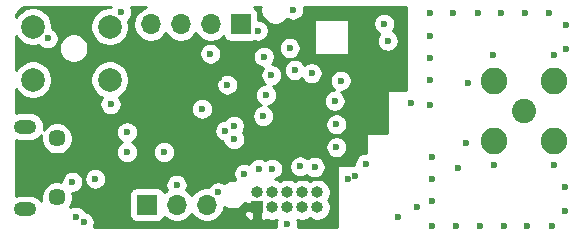
<source format=gbr>
%TF.GenerationSoftware,KiCad,Pcbnew,(5.1.10)-1*%
%TF.CreationDate,2021-07-16T14:20:34-05:00*%
%TF.ProjectId,transmisor,7472616e-736d-4697-936f-722e6b696361,rev?*%
%TF.SameCoordinates,Original*%
%TF.FileFunction,Copper,L3,Inr*%
%TF.FilePolarity,Positive*%
%FSLAX46Y46*%
G04 Gerber Fmt 4.6, Leading zero omitted, Abs format (unit mm)*
G04 Created by KiCad (PCBNEW (5.1.10)-1) date 2021-07-16 14:20:34*
%MOMM*%
%LPD*%
G01*
G04 APERTURE LIST*
%TA.AperFunction,ComponentPad*%
%ADD10C,2.250000*%
%TD*%
%TA.AperFunction,ComponentPad*%
%ADD11C,2.050000*%
%TD*%
%TA.AperFunction,ComponentPad*%
%ADD12O,1.900000X1.200000*%
%TD*%
%TA.AperFunction,ComponentPad*%
%ADD13C,1.450000*%
%TD*%
%TA.AperFunction,ComponentPad*%
%ADD14O,1.700000X1.700000*%
%TD*%
%TA.AperFunction,ComponentPad*%
%ADD15R,1.700000X1.700000*%
%TD*%
%TA.AperFunction,ComponentPad*%
%ADD16C,2.000000*%
%TD*%
%TA.AperFunction,ComponentPad*%
%ADD17R,1.000000X1.000000*%
%TD*%
%TA.AperFunction,ComponentPad*%
%ADD18O,1.000000X1.000000*%
%TD*%
%TA.AperFunction,ViaPad*%
%ADD19C,0.600000*%
%TD*%
%TA.AperFunction,Conductor*%
%ADD20C,0.254000*%
%TD*%
%TA.AperFunction,Conductor*%
%ADD21C,0.100000*%
%TD*%
G04 APERTURE END LIST*
D10*
%TO.N,GND*%
%TO.C,AE1*%
X127050800Y-72440800D03*
X127050800Y-67360800D03*
X132130800Y-67360800D03*
X132130800Y-72440800D03*
D11*
%TO.N,Net-(AE1-Pad1)*%
X129590800Y-69900800D03*
%TD*%
D12*
%TO.N,Net-(J1-Pad6)*%
%TO.C,J1*%
X87383100Y-78226800D03*
X87383100Y-71226800D03*
D13*
X90083100Y-77226800D03*
X90083100Y-72226800D03*
%TD*%
D14*
%TO.N,5V*%
%TO.C,J4*%
X98018600Y-62560200D03*
%TO.N,TIM2_CH1*%
X100558600Y-62560200D03*
%TO.N,Net-(J4-Pad2)*%
X103098600Y-62560200D03*
D15*
%TO.N,GND*%
X105638600Y-62560200D03*
%TD*%
D14*
%TO.N,RELAY_TRIG*%
%TO.C,J3*%
X102768400Y-77825600D03*
%TO.N,GND*%
X100228400Y-77825600D03*
D15*
%TO.N,5V*%
X97688400Y-77825600D03*
%TD*%
D16*
%TO.N,Net-(R6-Pad1)*%
%TO.C,SW1*%
X88038800Y-67259200D03*
%TO.N,GND*%
X88038800Y-62759200D03*
%TO.N,Net-(R6-Pad1)*%
X94538800Y-67259200D03*
%TO.N,GND*%
X94538800Y-62759200D03*
%TD*%
D17*
%TO.N,+3V3*%
%TO.C,J2*%
X107035600Y-78054200D03*
D18*
%TO.N,SWD_IO*%
X107035600Y-76784200D03*
%TO.N,GND*%
X108305600Y-78054200D03*
%TO.N,SWD_CLK*%
X108305600Y-76784200D03*
%TO.N,GND*%
X109575600Y-78054200D03*
%TO.N,Net-(J2-Pad6)*%
X109575600Y-76784200D03*
%TO.N,Net-(J2-Pad7)*%
X110845600Y-78054200D03*
%TO.N,Net-(J2-Pad8)*%
X110845600Y-76784200D03*
%TO.N,GND*%
X112115600Y-78054200D03*
%TO.N,NRST*%
X112115600Y-76784200D03*
%TD*%
D19*
%TO.N,GND*%
X91389200Y-75895200D03*
X99136200Y-73380600D03*
X107543600Y-70332600D03*
X102362000Y-69723000D03*
X100203000Y-76174600D03*
X95504000Y-61544200D03*
X89281000Y-63754000D03*
X107086400Y-63093600D03*
X107594400Y-65303400D03*
X118084600Y-63957200D03*
X117779800Y-62509400D03*
X109550200Y-79476600D03*
X104317800Y-71577200D03*
X93319600Y-75641200D03*
X118922800Y-78841600D03*
X120548400Y-78028800D03*
X114731800Y-75641200D03*
X115316000Y-75412600D03*
X124002800Y-74726800D03*
X124891800Y-67564000D03*
X103073200Y-65049400D03*
X132181600Y-74472800D03*
X132130800Y-65201800D03*
X116205000Y-74396600D03*
X124688600Y-72593200D03*
X121869200Y-73787000D03*
X121869200Y-75666600D03*
X121869200Y-77520800D03*
X121869200Y-79629000D03*
X123850400Y-79629000D03*
X125933200Y-79629000D03*
X127914400Y-79629000D03*
X129895600Y-79629000D03*
X131978400Y-79629000D03*
X121666000Y-65405000D03*
X121666000Y-67259200D03*
X121666000Y-69367400D03*
X121666000Y-63525400D03*
X131775200Y-61595000D03*
X121666000Y-61595000D03*
X127711200Y-61595000D03*
X123647200Y-61595000D03*
X125730000Y-61595000D03*
X129692400Y-61595000D03*
X133146800Y-62636400D03*
X133146800Y-64617600D03*
X133096000Y-76352400D03*
X133096000Y-78333600D03*
X127050800Y-74498200D03*
X127025400Y-65125600D03*
X114096800Y-67335400D03*
X120065800Y-69265800D03*
X109778800Y-64566800D03*
X110083600Y-61315600D03*
X92329000Y-79324200D03*
X91668600Y-78841600D03*
X105943400Y-75209400D03*
%TO.N,+3V3*%
X101803200Y-65074800D03*
X99771200Y-65024000D03*
X100761800Y-66903600D03*
X101981000Y-66751200D03*
X103784400Y-67132200D03*
X102743000Y-75539600D03*
X105486200Y-78994000D03*
X117729000Y-61366400D03*
X116611400Y-65735200D03*
X116916200Y-66471800D03*
X119405400Y-67868800D03*
X113690400Y-74244200D03*
%TO.N,SWD_IO*%
X110667800Y-74599800D03*
X108280200Y-74777600D03*
%TO.N,NRST*%
X107188000Y-74803000D03*
X111887000Y-74650600D03*
%TO.N,RELAY_TRIG*%
X105064042Y-72303158D03*
X103733600Y-76784200D03*
%TO.N,SPI_CLK*%
X113741200Y-72974200D03*
X113741200Y-71043800D03*
%TO.N,LED1*%
X113588800Y-69037200D03*
X108229400Y-66878200D03*
%TO.N,BOTON*%
X107772200Y-68554600D03*
X94615000Y-69316600D03*
%TO.N,Net-(U2-Pad1)*%
X96012000Y-73380600D03*
X96012000Y-71704200D03*
%TO.N,TIM2_CH1*%
X105054400Y-71145400D03*
X104495600Y-67665600D03*
%TO.N,I2C1_CLK*%
X111633000Y-66700400D03*
X110195200Y-66423558D03*
%TD*%
D20*
%TO.N,+3V3*%
X94669302Y-61116067D02*
X94665933Y-61124200D01*
X94377767Y-61124200D01*
X94061888Y-61187032D01*
X93764337Y-61310282D01*
X93496548Y-61489213D01*
X93268813Y-61716948D01*
X93089882Y-61984737D01*
X92966632Y-62282288D01*
X92903800Y-62598167D01*
X92903800Y-62920233D01*
X92966632Y-63236112D01*
X93089882Y-63533663D01*
X93268813Y-63801452D01*
X93496548Y-64029187D01*
X93764337Y-64208118D01*
X94061888Y-64331368D01*
X94377767Y-64394200D01*
X94699833Y-64394200D01*
X95015712Y-64331368D01*
X95313263Y-64208118D01*
X95581052Y-64029187D01*
X95808787Y-63801452D01*
X95987718Y-63533663D01*
X96110968Y-63236112D01*
X96173800Y-62920233D01*
X96173800Y-62598167D01*
X96110968Y-62282288D01*
X96104300Y-62266190D01*
X96230262Y-62140228D01*
X96332586Y-61987089D01*
X96403068Y-61816929D01*
X96439000Y-61636289D01*
X96439000Y-61452111D01*
X96403068Y-61271471D01*
X96339089Y-61117012D01*
X97658388Y-61117758D01*
X97585442Y-61132268D01*
X97315189Y-61244210D01*
X97071968Y-61406725D01*
X96865125Y-61613568D01*
X96702610Y-61856789D01*
X96590668Y-62127042D01*
X96533600Y-62413940D01*
X96533600Y-62706460D01*
X96590668Y-62993358D01*
X96702610Y-63263611D01*
X96865125Y-63506832D01*
X97071968Y-63713675D01*
X97315189Y-63876190D01*
X97585442Y-63988132D01*
X97872340Y-64045200D01*
X98164860Y-64045200D01*
X98451758Y-63988132D01*
X98722011Y-63876190D01*
X98965232Y-63713675D01*
X99172075Y-63506832D01*
X99288600Y-63332440D01*
X99405125Y-63506832D01*
X99611968Y-63713675D01*
X99855189Y-63876190D01*
X100125442Y-63988132D01*
X100412340Y-64045200D01*
X100704860Y-64045200D01*
X100991758Y-63988132D01*
X101262011Y-63876190D01*
X101505232Y-63713675D01*
X101712075Y-63506832D01*
X101828600Y-63332440D01*
X101945125Y-63506832D01*
X102151968Y-63713675D01*
X102395189Y-63876190D01*
X102665442Y-63988132D01*
X102952340Y-64045200D01*
X103244860Y-64045200D01*
X103531758Y-63988132D01*
X103802011Y-63876190D01*
X104045232Y-63713675D01*
X104177087Y-63581820D01*
X104199098Y-63654380D01*
X104258063Y-63764694D01*
X104337415Y-63861385D01*
X104434106Y-63940737D01*
X104544420Y-63999702D01*
X104664118Y-64036012D01*
X104788600Y-64048272D01*
X106488600Y-64048272D01*
X106613082Y-64036012D01*
X106732780Y-63999702D01*
X106775511Y-63976862D01*
X106813671Y-63992668D01*
X106994311Y-64028600D01*
X107178489Y-64028600D01*
X107359129Y-63992668D01*
X107529289Y-63922186D01*
X107682428Y-63819862D01*
X107812662Y-63689628D01*
X107914986Y-63536489D01*
X107985468Y-63366329D01*
X108021400Y-63185689D01*
X108021400Y-63001511D01*
X107985468Y-62820871D01*
X107914986Y-62650711D01*
X107812662Y-62497572D01*
X107682428Y-62367338D01*
X107529289Y-62265014D01*
X107359129Y-62194532D01*
X107178489Y-62158600D01*
X107126672Y-62158600D01*
X107126672Y-61710200D01*
X107114412Y-61585718D01*
X107078102Y-61466020D01*
X107019137Y-61355706D01*
X106939785Y-61259015D01*
X106843094Y-61179663D01*
X106736886Y-61122893D01*
X107326847Y-61123227D01*
X107309648Y-61209690D01*
X107309648Y-61455910D01*
X107357683Y-61697398D01*
X107451907Y-61924874D01*
X107588699Y-62129598D01*
X107762802Y-62303701D01*
X107967526Y-62440493D01*
X108195002Y-62534717D01*
X108436490Y-62582752D01*
X108682710Y-62582752D01*
X108924198Y-62534717D01*
X109151674Y-62440493D01*
X109356398Y-62303701D01*
X109530501Y-62129598D01*
X109557779Y-62088773D01*
X109640711Y-62144186D01*
X109810871Y-62214668D01*
X109991511Y-62250600D01*
X110175689Y-62250600D01*
X110356329Y-62214668D01*
X110380635Y-62204600D01*
X111810800Y-62204600D01*
X111810800Y-65049400D01*
X111813240Y-65074176D01*
X111820467Y-65098001D01*
X111832203Y-65119957D01*
X111847997Y-65139203D01*
X111867243Y-65154997D01*
X111889199Y-65166733D01*
X111913024Y-65173960D01*
X111937800Y-65176400D01*
X114681000Y-65176400D01*
X114705776Y-65173960D01*
X114729601Y-65166733D01*
X114751557Y-65154997D01*
X114770803Y-65139203D01*
X114786597Y-65119957D01*
X114798333Y-65098001D01*
X114805560Y-65074176D01*
X114808000Y-65049400D01*
X114808000Y-62417311D01*
X116844800Y-62417311D01*
X116844800Y-62601489D01*
X116880732Y-62782129D01*
X116951214Y-62952289D01*
X117053538Y-63105428D01*
X117183772Y-63235662D01*
X117336911Y-63337986D01*
X117368457Y-63351053D01*
X117358338Y-63361172D01*
X117256014Y-63514311D01*
X117185532Y-63684471D01*
X117149600Y-63865111D01*
X117149600Y-64049289D01*
X117185532Y-64229929D01*
X117256014Y-64400089D01*
X117358338Y-64553228D01*
X117488572Y-64683462D01*
X117641711Y-64785786D01*
X117811871Y-64856268D01*
X117992511Y-64892200D01*
X118176689Y-64892200D01*
X118357329Y-64856268D01*
X118527489Y-64785786D01*
X118680628Y-64683462D01*
X118810862Y-64553228D01*
X118913186Y-64400089D01*
X118983668Y-64229929D01*
X119019600Y-64049289D01*
X119019600Y-63865111D01*
X118983668Y-63684471D01*
X118913186Y-63514311D01*
X118810862Y-63361172D01*
X118680628Y-63230938D01*
X118527489Y-63128614D01*
X118495943Y-63115547D01*
X118506062Y-63105428D01*
X118608386Y-62952289D01*
X118678868Y-62782129D01*
X118714800Y-62601489D01*
X118714800Y-62417311D01*
X118678868Y-62236671D01*
X118608386Y-62066511D01*
X118506062Y-61913372D01*
X118375828Y-61783138D01*
X118222689Y-61680814D01*
X118052529Y-61610332D01*
X117871889Y-61574400D01*
X117687711Y-61574400D01*
X117507071Y-61610332D01*
X117336911Y-61680814D01*
X117183772Y-61783138D01*
X117053538Y-61913372D01*
X116951214Y-62066511D01*
X116880732Y-62236671D01*
X116844800Y-62417311D01*
X114808000Y-62417311D01*
X114808000Y-62204600D01*
X114805560Y-62179824D01*
X114798333Y-62155999D01*
X114786597Y-62134043D01*
X114770803Y-62114797D01*
X114751557Y-62099003D01*
X114729601Y-62087267D01*
X114705776Y-62080040D01*
X114681000Y-62077600D01*
X111937800Y-62077600D01*
X111913024Y-62080040D01*
X111889199Y-62087267D01*
X111867243Y-62099003D01*
X111847997Y-62114797D01*
X111832203Y-62134043D01*
X111820467Y-62155999D01*
X111813240Y-62179824D01*
X111810800Y-62204600D01*
X110380635Y-62204600D01*
X110526489Y-62144186D01*
X110679628Y-62041862D01*
X110809862Y-61911628D01*
X110912186Y-61758489D01*
X110982668Y-61588329D01*
X111018600Y-61407689D01*
X111018600Y-61223511D01*
X110999065Y-61125304D01*
X119610966Y-61130175D01*
X119633587Y-68097400D01*
X118160800Y-68097400D01*
X118136024Y-68099840D01*
X118112199Y-68107067D01*
X118090243Y-68118803D01*
X118070997Y-68134597D01*
X118055203Y-68153843D01*
X118043467Y-68175799D01*
X118036240Y-68199624D01*
X118033800Y-68224400D01*
X118033800Y-71755000D01*
X116332000Y-71755000D01*
X116307224Y-71757440D01*
X116283399Y-71764667D01*
X116261443Y-71776403D01*
X116242197Y-71792197D01*
X116226403Y-71811443D01*
X116214667Y-71833399D01*
X116207440Y-71857224D01*
X116205000Y-71882000D01*
X116205000Y-73461600D01*
X116112911Y-73461600D01*
X115932271Y-73497532D01*
X115762111Y-73568014D01*
X115608972Y-73670338D01*
X115478738Y-73800572D01*
X115376414Y-73953711D01*
X115305932Y-74123871D01*
X115270000Y-74304511D01*
X115270000Y-74472800D01*
X113893600Y-74472800D01*
X113868824Y-74475240D01*
X113844999Y-74482467D01*
X113823043Y-74494203D01*
X113803797Y-74509997D01*
X113788003Y-74529243D01*
X113776267Y-74551199D01*
X113769040Y-74575024D01*
X113766600Y-74599800D01*
X113766600Y-79720470D01*
X110455381Y-79718597D01*
X110485200Y-79568689D01*
X110485200Y-79384511D01*
X110449268Y-79203871D01*
X110406608Y-79100879D01*
X110514533Y-79145583D01*
X110733812Y-79189200D01*
X110957388Y-79189200D01*
X111176667Y-79145583D01*
X111383224Y-79060024D01*
X111480600Y-78994959D01*
X111577976Y-79060024D01*
X111784533Y-79145583D01*
X112003812Y-79189200D01*
X112227388Y-79189200D01*
X112446667Y-79145583D01*
X112653224Y-79060024D01*
X112839120Y-78935812D01*
X112997212Y-78777720D01*
X113121424Y-78591824D01*
X113206983Y-78385267D01*
X113250600Y-78165988D01*
X113250600Y-77942412D01*
X113206983Y-77723133D01*
X113121424Y-77516576D01*
X113056359Y-77419200D01*
X113121424Y-77321824D01*
X113206983Y-77115267D01*
X113250600Y-76895988D01*
X113250600Y-76672412D01*
X113206983Y-76453133D01*
X113121424Y-76246576D01*
X112997212Y-76060680D01*
X112839120Y-75902588D01*
X112653224Y-75778376D01*
X112446667Y-75692817D01*
X112227388Y-75649200D01*
X112003812Y-75649200D01*
X111784533Y-75692817D01*
X111577976Y-75778376D01*
X111480600Y-75843441D01*
X111383224Y-75778376D01*
X111176667Y-75692817D01*
X110957388Y-75649200D01*
X110733812Y-75649200D01*
X110514533Y-75692817D01*
X110307976Y-75778376D01*
X110210600Y-75843441D01*
X110113224Y-75778376D01*
X109906667Y-75692817D01*
X109687388Y-75649200D01*
X109463812Y-75649200D01*
X109244533Y-75692817D01*
X109037976Y-75778376D01*
X108940600Y-75843441D01*
X108843224Y-75778376D01*
X108636667Y-75692817D01*
X108553757Y-75676325D01*
X108723089Y-75606186D01*
X108876228Y-75503862D01*
X109006462Y-75373628D01*
X109108786Y-75220489D01*
X109179268Y-75050329D01*
X109215200Y-74869689D01*
X109215200Y-74685511D01*
X109179833Y-74507711D01*
X109732800Y-74507711D01*
X109732800Y-74691889D01*
X109768732Y-74872529D01*
X109839214Y-75042689D01*
X109941538Y-75195828D01*
X110071772Y-75326062D01*
X110224911Y-75428386D01*
X110395071Y-75498868D01*
X110575711Y-75534800D01*
X110759889Y-75534800D01*
X110940529Y-75498868D01*
X111110689Y-75428386D01*
X111249647Y-75335537D01*
X111290972Y-75376862D01*
X111444111Y-75479186D01*
X111614271Y-75549668D01*
X111794911Y-75585600D01*
X111979089Y-75585600D01*
X112159729Y-75549668D01*
X112329889Y-75479186D01*
X112483028Y-75376862D01*
X112613262Y-75246628D01*
X112715586Y-75093489D01*
X112786068Y-74923329D01*
X112822000Y-74742689D01*
X112822000Y-74558511D01*
X112786068Y-74377871D01*
X112715586Y-74207711D01*
X112613262Y-74054572D01*
X112483028Y-73924338D01*
X112329889Y-73822014D01*
X112159729Y-73751532D01*
X111979089Y-73715600D01*
X111794911Y-73715600D01*
X111614271Y-73751532D01*
X111444111Y-73822014D01*
X111305153Y-73914863D01*
X111263828Y-73873538D01*
X111110689Y-73771214D01*
X110940529Y-73700732D01*
X110759889Y-73664800D01*
X110575711Y-73664800D01*
X110395071Y-73700732D01*
X110224911Y-73771214D01*
X110071772Y-73873538D01*
X109941538Y-74003772D01*
X109839214Y-74156911D01*
X109768732Y-74327071D01*
X109732800Y-74507711D01*
X109179833Y-74507711D01*
X109179268Y-74504871D01*
X109108786Y-74334711D01*
X109006462Y-74181572D01*
X108876228Y-74051338D01*
X108723089Y-73949014D01*
X108552929Y-73878532D01*
X108372289Y-73842600D01*
X108188111Y-73842600D01*
X108007471Y-73878532D01*
X107837311Y-73949014D01*
X107715093Y-74030677D01*
X107630889Y-73974414D01*
X107460729Y-73903932D01*
X107280089Y-73868000D01*
X107095911Y-73868000D01*
X106915271Y-73903932D01*
X106745111Y-73974414D01*
X106591972Y-74076738D01*
X106461738Y-74206972D01*
X106359414Y-74360111D01*
X106356030Y-74368280D01*
X106216129Y-74310332D01*
X106035489Y-74274400D01*
X105851311Y-74274400D01*
X105670671Y-74310332D01*
X105500511Y-74380814D01*
X105347372Y-74483138D01*
X105217138Y-74613372D01*
X105114814Y-74766511D01*
X105044332Y-74936671D01*
X105008400Y-75117311D01*
X105008400Y-75301489D01*
X105044332Y-75482129D01*
X105114814Y-75652289D01*
X105186400Y-75759426D01*
X105075910Y-75737448D01*
X104829690Y-75737448D01*
X104588202Y-75785483D01*
X104360726Y-75879707D01*
X104211806Y-75979212D01*
X104176489Y-75955614D01*
X104006329Y-75885132D01*
X103825689Y-75849200D01*
X103641511Y-75849200D01*
X103460871Y-75885132D01*
X103290711Y-75955614D01*
X103137572Y-76057938D01*
X103007338Y-76188172D01*
X102905489Y-76340600D01*
X102622140Y-76340600D01*
X102335242Y-76397668D01*
X102064989Y-76509610D01*
X101821768Y-76672125D01*
X101614925Y-76878968D01*
X101498400Y-77053360D01*
X101381875Y-76878968D01*
X101175032Y-76672125D01*
X101044956Y-76585211D01*
X101102068Y-76447329D01*
X101138000Y-76266689D01*
X101138000Y-76082511D01*
X101102068Y-75901871D01*
X101031586Y-75731711D01*
X100929262Y-75578572D01*
X100799028Y-75448338D01*
X100645889Y-75346014D01*
X100475729Y-75275532D01*
X100295089Y-75239600D01*
X100110911Y-75239600D01*
X99930271Y-75275532D01*
X99760111Y-75346014D01*
X99606972Y-75448338D01*
X99476738Y-75578572D01*
X99374414Y-75731711D01*
X99303932Y-75901871D01*
X99268000Y-76082511D01*
X99268000Y-76266689D01*
X99303932Y-76447329D01*
X99372056Y-76611796D01*
X99281768Y-76672125D01*
X99149913Y-76803980D01*
X99127902Y-76731420D01*
X99068937Y-76621106D01*
X98989585Y-76524415D01*
X98892894Y-76445063D01*
X98782580Y-76386098D01*
X98662882Y-76349788D01*
X98538400Y-76337528D01*
X96838400Y-76337528D01*
X96713918Y-76349788D01*
X96594220Y-76386098D01*
X96483906Y-76445063D01*
X96387215Y-76524415D01*
X96307863Y-76621106D01*
X96248898Y-76731420D01*
X96212588Y-76851118D01*
X96200328Y-76975600D01*
X96200328Y-78675600D01*
X96212588Y-78800082D01*
X96248898Y-78919780D01*
X96307863Y-79030094D01*
X96387215Y-79126785D01*
X96483906Y-79206137D01*
X96594220Y-79265102D01*
X96713918Y-79301412D01*
X96838400Y-79313672D01*
X98538400Y-79313672D01*
X98662882Y-79301412D01*
X98782580Y-79265102D01*
X98892894Y-79206137D01*
X98989585Y-79126785D01*
X99068937Y-79030094D01*
X99127902Y-78919780D01*
X99149913Y-78847220D01*
X99281768Y-78979075D01*
X99524989Y-79141590D01*
X99795242Y-79253532D01*
X100082140Y-79310600D01*
X100374660Y-79310600D01*
X100661558Y-79253532D01*
X100931811Y-79141590D01*
X101175032Y-78979075D01*
X101381875Y-78772232D01*
X101498400Y-78597840D01*
X101614925Y-78772232D01*
X101821768Y-78979075D01*
X102064989Y-79141590D01*
X102335242Y-79253532D01*
X102622140Y-79310600D01*
X102914660Y-79310600D01*
X103201558Y-79253532D01*
X103471811Y-79141590D01*
X103715032Y-78979075D01*
X103921875Y-78772232D01*
X104067559Y-78554200D01*
X105897528Y-78554200D01*
X105909788Y-78678682D01*
X105946098Y-78798380D01*
X106005063Y-78908694D01*
X106084415Y-79005385D01*
X106181106Y-79084737D01*
X106291420Y-79143702D01*
X106411118Y-79180012D01*
X106535600Y-79192272D01*
X106628850Y-79189200D01*
X106787600Y-79030450D01*
X106787600Y-78302200D01*
X106059350Y-78302200D01*
X105900600Y-78460950D01*
X105897528Y-78554200D01*
X104067559Y-78554200D01*
X104084390Y-78529011D01*
X104196332Y-78258758D01*
X104244354Y-78017336D01*
X104360726Y-78095093D01*
X104588202Y-78189317D01*
X104829690Y-78237352D01*
X105075910Y-78237352D01*
X105317398Y-78189317D01*
X105544874Y-78095093D01*
X105749598Y-77958301D01*
X105923701Y-77784198D01*
X105969222Y-77716072D01*
X106059350Y-77806200D01*
X106537028Y-77806200D01*
X106704533Y-77875583D01*
X106923812Y-77919200D01*
X107147388Y-77919200D01*
X107176364Y-77913436D01*
X107170600Y-77942412D01*
X107170600Y-78165988D01*
X107214217Y-78385267D01*
X107283600Y-78552772D01*
X107283600Y-79030450D01*
X107442350Y-79189200D01*
X107535600Y-79192272D01*
X107660082Y-79180012D01*
X107779780Y-79143702D01*
X107862826Y-79099312D01*
X107974533Y-79145583D01*
X108193812Y-79189200D01*
X108417388Y-79189200D01*
X108636667Y-79145583D01*
X108683272Y-79126279D01*
X108651132Y-79203871D01*
X108615200Y-79384511D01*
X108615200Y-79568689D01*
X108644815Y-79717573D01*
X93181719Y-79708826D01*
X93228068Y-79596929D01*
X93264000Y-79416289D01*
X93264000Y-79232111D01*
X93228068Y-79051471D01*
X93157586Y-78881311D01*
X93055262Y-78728172D01*
X92925028Y-78597938D01*
X92771889Y-78495614D01*
X92601729Y-78425132D01*
X92499726Y-78404842D01*
X92497186Y-78398711D01*
X92394862Y-78245572D01*
X92264628Y-78115338D01*
X92111489Y-78013014D01*
X91941329Y-77942532D01*
X91760689Y-77906600D01*
X91576511Y-77906600D01*
X91395871Y-77942532D01*
X91225711Y-78013014D01*
X91167387Y-78051985D01*
X91288316Y-77871001D01*
X91390836Y-77623497D01*
X91443100Y-77360748D01*
X91443100Y-77092852D01*
X91390855Y-76830200D01*
X91481289Y-76830200D01*
X91661929Y-76794268D01*
X91832089Y-76723786D01*
X91985228Y-76621462D01*
X92115462Y-76491228D01*
X92217786Y-76338089D01*
X92288268Y-76167929D01*
X92324200Y-75987289D01*
X92324200Y-75803111D01*
X92288268Y-75622471D01*
X92257882Y-75549111D01*
X92384600Y-75549111D01*
X92384600Y-75733289D01*
X92420532Y-75913929D01*
X92491014Y-76084089D01*
X92593338Y-76237228D01*
X92723572Y-76367462D01*
X92876711Y-76469786D01*
X93046871Y-76540268D01*
X93227511Y-76576200D01*
X93411689Y-76576200D01*
X93592329Y-76540268D01*
X93762489Y-76469786D01*
X93915628Y-76367462D01*
X94045862Y-76237228D01*
X94148186Y-76084089D01*
X94218668Y-75913929D01*
X94254600Y-75733289D01*
X94254600Y-75549111D01*
X94218668Y-75368471D01*
X94148186Y-75198311D01*
X94045862Y-75045172D01*
X93915628Y-74914938D01*
X93762489Y-74812614D01*
X93592329Y-74742132D01*
X93411689Y-74706200D01*
X93227511Y-74706200D01*
X93046871Y-74742132D01*
X92876711Y-74812614D01*
X92723572Y-74914938D01*
X92593338Y-75045172D01*
X92491014Y-75198311D01*
X92420532Y-75368471D01*
X92384600Y-75549111D01*
X92257882Y-75549111D01*
X92217786Y-75452311D01*
X92115462Y-75299172D01*
X91985228Y-75168938D01*
X91832089Y-75066614D01*
X91661929Y-74996132D01*
X91481289Y-74960200D01*
X91297111Y-74960200D01*
X91116471Y-74996132D01*
X90946311Y-75066614D01*
X90793172Y-75168938D01*
X90662938Y-75299172D01*
X90560614Y-75452311D01*
X90490132Y-75622471D01*
X90454200Y-75803111D01*
X90454200Y-75913972D01*
X90217048Y-75866800D01*
X89949152Y-75866800D01*
X89686403Y-75919064D01*
X89438899Y-76021584D01*
X89216151Y-76170419D01*
X89026719Y-76359851D01*
X88877884Y-76582599D01*
X88775364Y-76830103D01*
X88723100Y-77092852D01*
X88723100Y-77360748D01*
X88756084Y-77526568D01*
X88610602Y-77349298D01*
X88422549Y-77194967D01*
X88208001Y-77080289D01*
X87975202Y-77009670D01*
X87793765Y-76991800D01*
X86972435Y-76991800D01*
X86790998Y-77009670D01*
X86613600Y-77063483D01*
X86613600Y-72390117D01*
X86790998Y-72443930D01*
X86972435Y-72461800D01*
X87793765Y-72461800D01*
X87975202Y-72443930D01*
X88208001Y-72373311D01*
X88422549Y-72258633D01*
X88610602Y-72104302D01*
X88756084Y-71927032D01*
X88723100Y-72092852D01*
X88723100Y-72360748D01*
X88775364Y-72623497D01*
X88877884Y-72871001D01*
X89026719Y-73093749D01*
X89216151Y-73283181D01*
X89438899Y-73432016D01*
X89686403Y-73534536D01*
X89949152Y-73586800D01*
X90217048Y-73586800D01*
X90479797Y-73534536D01*
X90727301Y-73432016D01*
X90950049Y-73283181D01*
X91139481Y-73093749D01*
X91288316Y-72871001D01*
X91390836Y-72623497D01*
X91443100Y-72360748D01*
X91443100Y-72092852D01*
X91390836Y-71830103D01*
X91300541Y-71612111D01*
X95077000Y-71612111D01*
X95077000Y-71796289D01*
X95112932Y-71976929D01*
X95183414Y-72147089D01*
X95285738Y-72300228D01*
X95415972Y-72430462D01*
X95569111Y-72532786D01*
X95592321Y-72542400D01*
X95569111Y-72552014D01*
X95415972Y-72654338D01*
X95285738Y-72784572D01*
X95183414Y-72937711D01*
X95112932Y-73107871D01*
X95077000Y-73288511D01*
X95077000Y-73472689D01*
X95112932Y-73653329D01*
X95183414Y-73823489D01*
X95285738Y-73976628D01*
X95415972Y-74106862D01*
X95569111Y-74209186D01*
X95739271Y-74279668D01*
X95919911Y-74315600D01*
X96104089Y-74315600D01*
X96284729Y-74279668D01*
X96454889Y-74209186D01*
X96608028Y-74106862D01*
X96738262Y-73976628D01*
X96840586Y-73823489D01*
X96911068Y-73653329D01*
X96947000Y-73472689D01*
X96947000Y-73288511D01*
X98201200Y-73288511D01*
X98201200Y-73472689D01*
X98237132Y-73653329D01*
X98307614Y-73823489D01*
X98409938Y-73976628D01*
X98540172Y-74106862D01*
X98693311Y-74209186D01*
X98863471Y-74279668D01*
X99044111Y-74315600D01*
X99228289Y-74315600D01*
X99408929Y-74279668D01*
X99579089Y-74209186D01*
X99732228Y-74106862D01*
X99862462Y-73976628D01*
X99964786Y-73823489D01*
X100035268Y-73653329D01*
X100071200Y-73472689D01*
X100071200Y-73288511D01*
X100035268Y-73107871D01*
X99964786Y-72937711D01*
X99862462Y-72784572D01*
X99732228Y-72654338D01*
X99579089Y-72552014D01*
X99408929Y-72481532D01*
X99228289Y-72445600D01*
X99044111Y-72445600D01*
X98863471Y-72481532D01*
X98693311Y-72552014D01*
X98540172Y-72654338D01*
X98409938Y-72784572D01*
X98307614Y-72937711D01*
X98237132Y-73107871D01*
X98201200Y-73288511D01*
X96947000Y-73288511D01*
X96911068Y-73107871D01*
X96840586Y-72937711D01*
X96738262Y-72784572D01*
X96608028Y-72654338D01*
X96454889Y-72552014D01*
X96431679Y-72542400D01*
X96454889Y-72532786D01*
X96608028Y-72430462D01*
X96738262Y-72300228D01*
X96840586Y-72147089D01*
X96911068Y-71976929D01*
X96947000Y-71796289D01*
X96947000Y-71612111D01*
X96921738Y-71485111D01*
X103382800Y-71485111D01*
X103382800Y-71669289D01*
X103418732Y-71849929D01*
X103489214Y-72020089D01*
X103591538Y-72173228D01*
X103721772Y-72303462D01*
X103874911Y-72405786D01*
X104045071Y-72476268D01*
X104149282Y-72496997D01*
X104164974Y-72575887D01*
X104235456Y-72746047D01*
X104337780Y-72899186D01*
X104468014Y-73029420D01*
X104621153Y-73131744D01*
X104791313Y-73202226D01*
X104971953Y-73238158D01*
X105156131Y-73238158D01*
X105336771Y-73202226D01*
X105506931Y-73131744D01*
X105660070Y-73029420D01*
X105790304Y-72899186D01*
X105801713Y-72882111D01*
X112806200Y-72882111D01*
X112806200Y-73066289D01*
X112842132Y-73246929D01*
X112912614Y-73417089D01*
X113014938Y-73570228D01*
X113145172Y-73700462D01*
X113298311Y-73802786D01*
X113468471Y-73873268D01*
X113649111Y-73909200D01*
X113833289Y-73909200D01*
X114013929Y-73873268D01*
X114184089Y-73802786D01*
X114337228Y-73700462D01*
X114467462Y-73570228D01*
X114569786Y-73417089D01*
X114640268Y-73246929D01*
X114676200Y-73066289D01*
X114676200Y-72882111D01*
X114640268Y-72701471D01*
X114569786Y-72531311D01*
X114467462Y-72378172D01*
X114337228Y-72247938D01*
X114184089Y-72145614D01*
X114013929Y-72075132D01*
X113833289Y-72039200D01*
X113649111Y-72039200D01*
X113468471Y-72075132D01*
X113298311Y-72145614D01*
X113145172Y-72247938D01*
X113014938Y-72378172D01*
X112912614Y-72531311D01*
X112842132Y-72701471D01*
X112806200Y-72882111D01*
X105801713Y-72882111D01*
X105892628Y-72746047D01*
X105963110Y-72575887D01*
X105999042Y-72395247D01*
X105999042Y-72211069D01*
X105963110Y-72030429D01*
X105892628Y-71860269D01*
X105796942Y-71717064D01*
X105882986Y-71588289D01*
X105953468Y-71418129D01*
X105989400Y-71237489D01*
X105989400Y-71053311D01*
X105953468Y-70872671D01*
X105882986Y-70702511D01*
X105780662Y-70549372D01*
X105650428Y-70419138D01*
X105497289Y-70316814D01*
X105327129Y-70246332D01*
X105297866Y-70240511D01*
X106608600Y-70240511D01*
X106608600Y-70424689D01*
X106644532Y-70605329D01*
X106715014Y-70775489D01*
X106817338Y-70928628D01*
X106947572Y-71058862D01*
X107100711Y-71161186D01*
X107270871Y-71231668D01*
X107451511Y-71267600D01*
X107635689Y-71267600D01*
X107816329Y-71231668D01*
X107986489Y-71161186D01*
X108139628Y-71058862D01*
X108246779Y-70951711D01*
X112806200Y-70951711D01*
X112806200Y-71135889D01*
X112842132Y-71316529D01*
X112912614Y-71486689D01*
X113014938Y-71639828D01*
X113145172Y-71770062D01*
X113298311Y-71872386D01*
X113468471Y-71942868D01*
X113649111Y-71978800D01*
X113833289Y-71978800D01*
X114013929Y-71942868D01*
X114184089Y-71872386D01*
X114337228Y-71770062D01*
X114467462Y-71639828D01*
X114569786Y-71486689D01*
X114640268Y-71316529D01*
X114676200Y-71135889D01*
X114676200Y-70951711D01*
X114640268Y-70771071D01*
X114569786Y-70600911D01*
X114467462Y-70447772D01*
X114337228Y-70317538D01*
X114184089Y-70215214D01*
X114013929Y-70144732D01*
X113833289Y-70108800D01*
X113649111Y-70108800D01*
X113468471Y-70144732D01*
X113298311Y-70215214D01*
X113145172Y-70317538D01*
X113014938Y-70447772D01*
X112912614Y-70600911D01*
X112842132Y-70771071D01*
X112806200Y-70951711D01*
X108246779Y-70951711D01*
X108269862Y-70928628D01*
X108372186Y-70775489D01*
X108442668Y-70605329D01*
X108478600Y-70424689D01*
X108478600Y-70240511D01*
X108442668Y-70059871D01*
X108372186Y-69889711D01*
X108269862Y-69736572D01*
X108139628Y-69606338D01*
X107986489Y-69504014D01*
X107923335Y-69477855D01*
X108044929Y-69453668D01*
X108215089Y-69383186D01*
X108368228Y-69280862D01*
X108498462Y-69150628D01*
X108600786Y-68997489D01*
X108622481Y-68945111D01*
X112653800Y-68945111D01*
X112653800Y-69129289D01*
X112689732Y-69309929D01*
X112760214Y-69480089D01*
X112862538Y-69633228D01*
X112992772Y-69763462D01*
X113145911Y-69865786D01*
X113316071Y-69936268D01*
X113496711Y-69972200D01*
X113680889Y-69972200D01*
X113861529Y-69936268D01*
X114031689Y-69865786D01*
X114184828Y-69763462D01*
X114315062Y-69633228D01*
X114417386Y-69480089D01*
X114487868Y-69309929D01*
X114523800Y-69129289D01*
X114523800Y-68945111D01*
X114487868Y-68764471D01*
X114417386Y-68594311D01*
X114315062Y-68441172D01*
X114184828Y-68310938D01*
X114124158Y-68270400D01*
X114188889Y-68270400D01*
X114369529Y-68234468D01*
X114539689Y-68163986D01*
X114692828Y-68061662D01*
X114823062Y-67931428D01*
X114925386Y-67778289D01*
X114995868Y-67608129D01*
X115031800Y-67427489D01*
X115031800Y-67243311D01*
X114995868Y-67062671D01*
X114925386Y-66892511D01*
X114823062Y-66739372D01*
X114692828Y-66609138D01*
X114539689Y-66506814D01*
X114369529Y-66436332D01*
X114188889Y-66400400D01*
X114004711Y-66400400D01*
X113824071Y-66436332D01*
X113653911Y-66506814D01*
X113500772Y-66609138D01*
X113370538Y-66739372D01*
X113268214Y-66892511D01*
X113197732Y-67062671D01*
X113161800Y-67243311D01*
X113161800Y-67427489D01*
X113197732Y-67608129D01*
X113268214Y-67778289D01*
X113370538Y-67931428D01*
X113500772Y-68061662D01*
X113561442Y-68102200D01*
X113496711Y-68102200D01*
X113316071Y-68138132D01*
X113145911Y-68208614D01*
X112992772Y-68310938D01*
X112862538Y-68441172D01*
X112760214Y-68594311D01*
X112689732Y-68764471D01*
X112653800Y-68945111D01*
X108622481Y-68945111D01*
X108671268Y-68827329D01*
X108707200Y-68646689D01*
X108707200Y-68462511D01*
X108671268Y-68281871D01*
X108600786Y-68111711D01*
X108498462Y-67958572D01*
X108368228Y-67828338D01*
X108340048Y-67809508D01*
X108502129Y-67777268D01*
X108672289Y-67706786D01*
X108825428Y-67604462D01*
X108955662Y-67474228D01*
X109057986Y-67321089D01*
X109128468Y-67150929D01*
X109164400Y-66970289D01*
X109164400Y-66786111D01*
X109128468Y-66605471D01*
X109057986Y-66435311D01*
X108988602Y-66331469D01*
X109260200Y-66331469D01*
X109260200Y-66515647D01*
X109296132Y-66696287D01*
X109366614Y-66866447D01*
X109468938Y-67019586D01*
X109599172Y-67149820D01*
X109752311Y-67252144D01*
X109922471Y-67322626D01*
X110103111Y-67358558D01*
X110287289Y-67358558D01*
X110467929Y-67322626D01*
X110638089Y-67252144D01*
X110791228Y-67149820D01*
X110802465Y-67138583D01*
X110804414Y-67143289D01*
X110906738Y-67296428D01*
X111036972Y-67426662D01*
X111190111Y-67528986D01*
X111360271Y-67599468D01*
X111540911Y-67635400D01*
X111725089Y-67635400D01*
X111905729Y-67599468D01*
X112075889Y-67528986D01*
X112229028Y-67426662D01*
X112359262Y-67296428D01*
X112461586Y-67143289D01*
X112532068Y-66973129D01*
X112568000Y-66792489D01*
X112568000Y-66608311D01*
X112532068Y-66427671D01*
X112461586Y-66257511D01*
X112359262Y-66104372D01*
X112229028Y-65974138D01*
X112075889Y-65871814D01*
X111905729Y-65801332D01*
X111725089Y-65765400D01*
X111540911Y-65765400D01*
X111360271Y-65801332D01*
X111190111Y-65871814D01*
X111036972Y-65974138D01*
X111025735Y-65985375D01*
X111023786Y-65980669D01*
X110921462Y-65827530D01*
X110791228Y-65697296D01*
X110638089Y-65594972D01*
X110467929Y-65524490D01*
X110287289Y-65488558D01*
X110103111Y-65488558D01*
X109922471Y-65524490D01*
X109752311Y-65594972D01*
X109599172Y-65697296D01*
X109468938Y-65827530D01*
X109366614Y-65980669D01*
X109296132Y-66150829D01*
X109260200Y-66331469D01*
X108988602Y-66331469D01*
X108955662Y-66282172D01*
X108825428Y-66151938D01*
X108672289Y-66049614D01*
X108502129Y-65979132D01*
X108321489Y-65943200D01*
X108276890Y-65943200D01*
X108320662Y-65899428D01*
X108422986Y-65746289D01*
X108493468Y-65576129D01*
X108529400Y-65395489D01*
X108529400Y-65211311D01*
X108493468Y-65030671D01*
X108422986Y-64860511D01*
X108320662Y-64707372D01*
X108190428Y-64577138D01*
X108037289Y-64474814D01*
X108037041Y-64474711D01*
X108843800Y-64474711D01*
X108843800Y-64658889D01*
X108879732Y-64839529D01*
X108950214Y-65009689D01*
X109052538Y-65162828D01*
X109182772Y-65293062D01*
X109335911Y-65395386D01*
X109506071Y-65465868D01*
X109686711Y-65501800D01*
X109870889Y-65501800D01*
X110051529Y-65465868D01*
X110221689Y-65395386D01*
X110374828Y-65293062D01*
X110505062Y-65162828D01*
X110607386Y-65009689D01*
X110677868Y-64839529D01*
X110713800Y-64658889D01*
X110713800Y-64474711D01*
X110677868Y-64294071D01*
X110607386Y-64123911D01*
X110505062Y-63970772D01*
X110374828Y-63840538D01*
X110221689Y-63738214D01*
X110051529Y-63667732D01*
X109870889Y-63631800D01*
X109686711Y-63631800D01*
X109506071Y-63667732D01*
X109335911Y-63738214D01*
X109182772Y-63840538D01*
X109052538Y-63970772D01*
X108950214Y-64123911D01*
X108879732Y-64294071D01*
X108843800Y-64474711D01*
X108037041Y-64474711D01*
X107867129Y-64404332D01*
X107686489Y-64368400D01*
X107502311Y-64368400D01*
X107321671Y-64404332D01*
X107151511Y-64474814D01*
X106998372Y-64577138D01*
X106868138Y-64707372D01*
X106765814Y-64860511D01*
X106695332Y-65030671D01*
X106659400Y-65211311D01*
X106659400Y-65395489D01*
X106695332Y-65576129D01*
X106765814Y-65746289D01*
X106868138Y-65899428D01*
X106998372Y-66029662D01*
X107151511Y-66131986D01*
X107321671Y-66202468D01*
X107502311Y-66238400D01*
X107546910Y-66238400D01*
X107503138Y-66282172D01*
X107400814Y-66435311D01*
X107330332Y-66605471D01*
X107294400Y-66786111D01*
X107294400Y-66970289D01*
X107330332Y-67150929D01*
X107400814Y-67321089D01*
X107503138Y-67474228D01*
X107633372Y-67604462D01*
X107661552Y-67623292D01*
X107499471Y-67655532D01*
X107329311Y-67726014D01*
X107176172Y-67828338D01*
X107045938Y-67958572D01*
X106943614Y-68111711D01*
X106873132Y-68281871D01*
X106837200Y-68462511D01*
X106837200Y-68646689D01*
X106873132Y-68827329D01*
X106943614Y-68997489D01*
X107045938Y-69150628D01*
X107176172Y-69280862D01*
X107329311Y-69383186D01*
X107392465Y-69409345D01*
X107270871Y-69433532D01*
X107100711Y-69504014D01*
X106947572Y-69606338D01*
X106817338Y-69736572D01*
X106715014Y-69889711D01*
X106644532Y-70059871D01*
X106608600Y-70240511D01*
X105297866Y-70240511D01*
X105146489Y-70210400D01*
X104962311Y-70210400D01*
X104781671Y-70246332D01*
X104611511Y-70316814D01*
X104458372Y-70419138D01*
X104328138Y-70549372D01*
X104266112Y-70642200D01*
X104225711Y-70642200D01*
X104045071Y-70678132D01*
X103874911Y-70748614D01*
X103721772Y-70850938D01*
X103591538Y-70981172D01*
X103489214Y-71134311D01*
X103418732Y-71304471D01*
X103382800Y-71485111D01*
X96921738Y-71485111D01*
X96911068Y-71431471D01*
X96840586Y-71261311D01*
X96738262Y-71108172D01*
X96608028Y-70977938D01*
X96454889Y-70875614D01*
X96284729Y-70805132D01*
X96104089Y-70769200D01*
X95919911Y-70769200D01*
X95739271Y-70805132D01*
X95569111Y-70875614D01*
X95415972Y-70977938D01*
X95285738Y-71108172D01*
X95183414Y-71261311D01*
X95112932Y-71431471D01*
X95077000Y-71612111D01*
X91300541Y-71612111D01*
X91288316Y-71582599D01*
X91139481Y-71359851D01*
X90950049Y-71170419D01*
X90727301Y-71021584D01*
X90479797Y-70919064D01*
X90217048Y-70866800D01*
X89949152Y-70866800D01*
X89686403Y-70919064D01*
X89438899Y-71021584D01*
X89216151Y-71170419D01*
X89026719Y-71359851D01*
X88947217Y-71478835D01*
X88950230Y-71468902D01*
X88974075Y-71226800D01*
X88950230Y-70984698D01*
X88879611Y-70751899D01*
X88764933Y-70537351D01*
X88610602Y-70349298D01*
X88422549Y-70194967D01*
X88208001Y-70080289D01*
X87975202Y-70009670D01*
X87793765Y-69991800D01*
X86972435Y-69991800D01*
X86790998Y-70009670D01*
X86613600Y-70063483D01*
X86613600Y-68069159D01*
X86768813Y-68301452D01*
X86996548Y-68529187D01*
X87264337Y-68708118D01*
X87561888Y-68831368D01*
X87877767Y-68894200D01*
X88199833Y-68894200D01*
X88515712Y-68831368D01*
X88813263Y-68708118D01*
X89081052Y-68529187D01*
X89308787Y-68301452D01*
X89487718Y-68033663D01*
X89610968Y-67736112D01*
X89673800Y-67420233D01*
X89673800Y-67098167D01*
X92903800Y-67098167D01*
X92903800Y-67420233D01*
X92966632Y-67736112D01*
X93089882Y-68033663D01*
X93268813Y-68301452D01*
X93496548Y-68529187D01*
X93764337Y-68708118D01*
X93868289Y-68751176D01*
X93786414Y-68873711D01*
X93715932Y-69043871D01*
X93680000Y-69224511D01*
X93680000Y-69408689D01*
X93715932Y-69589329D01*
X93786414Y-69759489D01*
X93888738Y-69912628D01*
X94018972Y-70042862D01*
X94172111Y-70145186D01*
X94342271Y-70215668D01*
X94522911Y-70251600D01*
X94707089Y-70251600D01*
X94887729Y-70215668D01*
X95057889Y-70145186D01*
X95211028Y-70042862D01*
X95341262Y-69912628D01*
X95443586Y-69759489D01*
X95496844Y-69630911D01*
X101427000Y-69630911D01*
X101427000Y-69815089D01*
X101462932Y-69995729D01*
X101533414Y-70165889D01*
X101635738Y-70319028D01*
X101765972Y-70449262D01*
X101919111Y-70551586D01*
X102089271Y-70622068D01*
X102269911Y-70658000D01*
X102454089Y-70658000D01*
X102634729Y-70622068D01*
X102804889Y-70551586D01*
X102958028Y-70449262D01*
X103088262Y-70319028D01*
X103190586Y-70165889D01*
X103261068Y-69995729D01*
X103297000Y-69815089D01*
X103297000Y-69630911D01*
X103261068Y-69450271D01*
X103190586Y-69280111D01*
X103088262Y-69126972D01*
X102958028Y-68996738D01*
X102804889Y-68894414D01*
X102634729Y-68823932D01*
X102454089Y-68788000D01*
X102269911Y-68788000D01*
X102089271Y-68823932D01*
X101919111Y-68894414D01*
X101765972Y-68996738D01*
X101635738Y-69126972D01*
X101533414Y-69280111D01*
X101462932Y-69450271D01*
X101427000Y-69630911D01*
X95496844Y-69630911D01*
X95514068Y-69589329D01*
X95550000Y-69408689D01*
X95550000Y-69224511D01*
X95514068Y-69043871D01*
X95443586Y-68873711D01*
X95341262Y-68720572D01*
X95322582Y-68701892D01*
X95581052Y-68529187D01*
X95808787Y-68301452D01*
X95987718Y-68033663D01*
X96110968Y-67736112D01*
X96143311Y-67573511D01*
X103560600Y-67573511D01*
X103560600Y-67757689D01*
X103596532Y-67938329D01*
X103667014Y-68108489D01*
X103769338Y-68261628D01*
X103899572Y-68391862D01*
X104052711Y-68494186D01*
X104222871Y-68564668D01*
X104403511Y-68600600D01*
X104587689Y-68600600D01*
X104768329Y-68564668D01*
X104938489Y-68494186D01*
X105091628Y-68391862D01*
X105221862Y-68261628D01*
X105324186Y-68108489D01*
X105394668Y-67938329D01*
X105430600Y-67757689D01*
X105430600Y-67573511D01*
X105394668Y-67392871D01*
X105324186Y-67222711D01*
X105221862Y-67069572D01*
X105091628Y-66939338D01*
X104938489Y-66837014D01*
X104768329Y-66766532D01*
X104587689Y-66730600D01*
X104403511Y-66730600D01*
X104222871Y-66766532D01*
X104052711Y-66837014D01*
X103899572Y-66939338D01*
X103769338Y-67069572D01*
X103667014Y-67222711D01*
X103596532Y-67392871D01*
X103560600Y-67573511D01*
X96143311Y-67573511D01*
X96173800Y-67420233D01*
X96173800Y-67098167D01*
X96110968Y-66782288D01*
X95987718Y-66484737D01*
X95808787Y-66216948D01*
X95581052Y-65989213D01*
X95313263Y-65810282D01*
X95015712Y-65687032D01*
X94699833Y-65624200D01*
X94377767Y-65624200D01*
X94061888Y-65687032D01*
X93764337Y-65810282D01*
X93496548Y-65989213D01*
X93268813Y-66216948D01*
X93089882Y-66484737D01*
X92966632Y-66782288D01*
X92903800Y-67098167D01*
X89673800Y-67098167D01*
X89610968Y-66782288D01*
X89487718Y-66484737D01*
X89308787Y-66216948D01*
X89081052Y-65989213D01*
X88813263Y-65810282D01*
X88515712Y-65687032D01*
X88199833Y-65624200D01*
X87877767Y-65624200D01*
X87561888Y-65687032D01*
X87264337Y-65810282D01*
X86996548Y-65989213D01*
X86768813Y-66216948D01*
X86613600Y-66449241D01*
X86613600Y-63569159D01*
X86768813Y-63801452D01*
X86996548Y-64029187D01*
X87264337Y-64208118D01*
X87561888Y-64331368D01*
X87877767Y-64394200D01*
X88199833Y-64394200D01*
X88515712Y-64331368D01*
X88536513Y-64322752D01*
X88554738Y-64350028D01*
X88684972Y-64480262D01*
X88838111Y-64582586D01*
X89008271Y-64653068D01*
X89188911Y-64689000D01*
X89373089Y-64689000D01*
X89553729Y-64653068D01*
X89723889Y-64582586D01*
X89877028Y-64480262D01*
X89888200Y-64469090D01*
X90240848Y-64469090D01*
X90240848Y-64715310D01*
X90288883Y-64956798D01*
X90383107Y-65184274D01*
X90519899Y-65388998D01*
X90694002Y-65563101D01*
X90898726Y-65699893D01*
X91126202Y-65794117D01*
X91367690Y-65842152D01*
X91613910Y-65842152D01*
X91855398Y-65794117D01*
X92082874Y-65699893D01*
X92287598Y-65563101D01*
X92461701Y-65388998D01*
X92598493Y-65184274D01*
X92692504Y-64957311D01*
X102138200Y-64957311D01*
X102138200Y-65141489D01*
X102174132Y-65322129D01*
X102244614Y-65492289D01*
X102346938Y-65645428D01*
X102477172Y-65775662D01*
X102630311Y-65877986D01*
X102800471Y-65948468D01*
X102981111Y-65984400D01*
X103165289Y-65984400D01*
X103345929Y-65948468D01*
X103516089Y-65877986D01*
X103669228Y-65775662D01*
X103799462Y-65645428D01*
X103901786Y-65492289D01*
X103972268Y-65322129D01*
X104008200Y-65141489D01*
X104008200Y-64957311D01*
X103972268Y-64776671D01*
X103901786Y-64606511D01*
X103799462Y-64453372D01*
X103669228Y-64323138D01*
X103516089Y-64220814D01*
X103345929Y-64150332D01*
X103165289Y-64114400D01*
X102981111Y-64114400D01*
X102800471Y-64150332D01*
X102630311Y-64220814D01*
X102477172Y-64323138D01*
X102346938Y-64453372D01*
X102244614Y-64606511D01*
X102174132Y-64776671D01*
X102138200Y-64957311D01*
X92692504Y-64957311D01*
X92692717Y-64956798D01*
X92740752Y-64715310D01*
X92740752Y-64469090D01*
X92692717Y-64227602D01*
X92598493Y-64000126D01*
X92461701Y-63795402D01*
X92287598Y-63621299D01*
X92082874Y-63484507D01*
X91855398Y-63390283D01*
X91613910Y-63342248D01*
X91367690Y-63342248D01*
X91126202Y-63390283D01*
X90898726Y-63484507D01*
X90694002Y-63621299D01*
X90519899Y-63795402D01*
X90383107Y-64000126D01*
X90288883Y-64227602D01*
X90240848Y-64469090D01*
X89888200Y-64469090D01*
X90007262Y-64350028D01*
X90109586Y-64196889D01*
X90180068Y-64026729D01*
X90216000Y-63846089D01*
X90216000Y-63661911D01*
X90180068Y-63481271D01*
X90109586Y-63311111D01*
X90007262Y-63157972D01*
X89877028Y-63027738D01*
X89723889Y-62925414D01*
X89673800Y-62904667D01*
X89673800Y-62598167D01*
X89610968Y-62282288D01*
X89487718Y-61984737D01*
X89308787Y-61716948D01*
X89081052Y-61489213D01*
X88813263Y-61310282D01*
X88515712Y-61187032D01*
X88199833Y-61124200D01*
X87877767Y-61124200D01*
X87561888Y-61187032D01*
X87264337Y-61310282D01*
X86996548Y-61489213D01*
X86768813Y-61716948D01*
X86620384Y-61939087D01*
X86633159Y-61808800D01*
X86681720Y-61647959D01*
X86760592Y-61499622D01*
X86866776Y-61369426D01*
X86996226Y-61262336D01*
X87144014Y-61182428D01*
X87304502Y-61132748D01*
X87501781Y-61112013D01*
X94669302Y-61116067D01*
%TA.AperFunction,Conductor*%
D21*
G36*
X94669302Y-61116067D02*
G01*
X94665933Y-61124200D01*
X94377767Y-61124200D01*
X94061888Y-61187032D01*
X93764337Y-61310282D01*
X93496548Y-61489213D01*
X93268813Y-61716948D01*
X93089882Y-61984737D01*
X92966632Y-62282288D01*
X92903800Y-62598167D01*
X92903800Y-62920233D01*
X92966632Y-63236112D01*
X93089882Y-63533663D01*
X93268813Y-63801452D01*
X93496548Y-64029187D01*
X93764337Y-64208118D01*
X94061888Y-64331368D01*
X94377767Y-64394200D01*
X94699833Y-64394200D01*
X95015712Y-64331368D01*
X95313263Y-64208118D01*
X95581052Y-64029187D01*
X95808787Y-63801452D01*
X95987718Y-63533663D01*
X96110968Y-63236112D01*
X96173800Y-62920233D01*
X96173800Y-62598167D01*
X96110968Y-62282288D01*
X96104300Y-62266190D01*
X96230262Y-62140228D01*
X96332586Y-61987089D01*
X96403068Y-61816929D01*
X96439000Y-61636289D01*
X96439000Y-61452111D01*
X96403068Y-61271471D01*
X96339089Y-61117012D01*
X97658388Y-61117758D01*
X97585442Y-61132268D01*
X97315189Y-61244210D01*
X97071968Y-61406725D01*
X96865125Y-61613568D01*
X96702610Y-61856789D01*
X96590668Y-62127042D01*
X96533600Y-62413940D01*
X96533600Y-62706460D01*
X96590668Y-62993358D01*
X96702610Y-63263611D01*
X96865125Y-63506832D01*
X97071968Y-63713675D01*
X97315189Y-63876190D01*
X97585442Y-63988132D01*
X97872340Y-64045200D01*
X98164860Y-64045200D01*
X98451758Y-63988132D01*
X98722011Y-63876190D01*
X98965232Y-63713675D01*
X99172075Y-63506832D01*
X99288600Y-63332440D01*
X99405125Y-63506832D01*
X99611968Y-63713675D01*
X99855189Y-63876190D01*
X100125442Y-63988132D01*
X100412340Y-64045200D01*
X100704860Y-64045200D01*
X100991758Y-63988132D01*
X101262011Y-63876190D01*
X101505232Y-63713675D01*
X101712075Y-63506832D01*
X101828600Y-63332440D01*
X101945125Y-63506832D01*
X102151968Y-63713675D01*
X102395189Y-63876190D01*
X102665442Y-63988132D01*
X102952340Y-64045200D01*
X103244860Y-64045200D01*
X103531758Y-63988132D01*
X103802011Y-63876190D01*
X104045232Y-63713675D01*
X104177087Y-63581820D01*
X104199098Y-63654380D01*
X104258063Y-63764694D01*
X104337415Y-63861385D01*
X104434106Y-63940737D01*
X104544420Y-63999702D01*
X104664118Y-64036012D01*
X104788600Y-64048272D01*
X106488600Y-64048272D01*
X106613082Y-64036012D01*
X106732780Y-63999702D01*
X106775511Y-63976862D01*
X106813671Y-63992668D01*
X106994311Y-64028600D01*
X107178489Y-64028600D01*
X107359129Y-63992668D01*
X107529289Y-63922186D01*
X107682428Y-63819862D01*
X107812662Y-63689628D01*
X107914986Y-63536489D01*
X107985468Y-63366329D01*
X108021400Y-63185689D01*
X108021400Y-63001511D01*
X107985468Y-62820871D01*
X107914986Y-62650711D01*
X107812662Y-62497572D01*
X107682428Y-62367338D01*
X107529289Y-62265014D01*
X107359129Y-62194532D01*
X107178489Y-62158600D01*
X107126672Y-62158600D01*
X107126672Y-61710200D01*
X107114412Y-61585718D01*
X107078102Y-61466020D01*
X107019137Y-61355706D01*
X106939785Y-61259015D01*
X106843094Y-61179663D01*
X106736886Y-61122893D01*
X107326847Y-61123227D01*
X107309648Y-61209690D01*
X107309648Y-61455910D01*
X107357683Y-61697398D01*
X107451907Y-61924874D01*
X107588699Y-62129598D01*
X107762802Y-62303701D01*
X107967526Y-62440493D01*
X108195002Y-62534717D01*
X108436490Y-62582752D01*
X108682710Y-62582752D01*
X108924198Y-62534717D01*
X109151674Y-62440493D01*
X109356398Y-62303701D01*
X109530501Y-62129598D01*
X109557779Y-62088773D01*
X109640711Y-62144186D01*
X109810871Y-62214668D01*
X109991511Y-62250600D01*
X110175689Y-62250600D01*
X110356329Y-62214668D01*
X110380635Y-62204600D01*
X111810800Y-62204600D01*
X111810800Y-65049400D01*
X111813240Y-65074176D01*
X111820467Y-65098001D01*
X111832203Y-65119957D01*
X111847997Y-65139203D01*
X111867243Y-65154997D01*
X111889199Y-65166733D01*
X111913024Y-65173960D01*
X111937800Y-65176400D01*
X114681000Y-65176400D01*
X114705776Y-65173960D01*
X114729601Y-65166733D01*
X114751557Y-65154997D01*
X114770803Y-65139203D01*
X114786597Y-65119957D01*
X114798333Y-65098001D01*
X114805560Y-65074176D01*
X114808000Y-65049400D01*
X114808000Y-62417311D01*
X116844800Y-62417311D01*
X116844800Y-62601489D01*
X116880732Y-62782129D01*
X116951214Y-62952289D01*
X117053538Y-63105428D01*
X117183772Y-63235662D01*
X117336911Y-63337986D01*
X117368457Y-63351053D01*
X117358338Y-63361172D01*
X117256014Y-63514311D01*
X117185532Y-63684471D01*
X117149600Y-63865111D01*
X117149600Y-64049289D01*
X117185532Y-64229929D01*
X117256014Y-64400089D01*
X117358338Y-64553228D01*
X117488572Y-64683462D01*
X117641711Y-64785786D01*
X117811871Y-64856268D01*
X117992511Y-64892200D01*
X118176689Y-64892200D01*
X118357329Y-64856268D01*
X118527489Y-64785786D01*
X118680628Y-64683462D01*
X118810862Y-64553228D01*
X118913186Y-64400089D01*
X118983668Y-64229929D01*
X119019600Y-64049289D01*
X119019600Y-63865111D01*
X118983668Y-63684471D01*
X118913186Y-63514311D01*
X118810862Y-63361172D01*
X118680628Y-63230938D01*
X118527489Y-63128614D01*
X118495943Y-63115547D01*
X118506062Y-63105428D01*
X118608386Y-62952289D01*
X118678868Y-62782129D01*
X118714800Y-62601489D01*
X118714800Y-62417311D01*
X118678868Y-62236671D01*
X118608386Y-62066511D01*
X118506062Y-61913372D01*
X118375828Y-61783138D01*
X118222689Y-61680814D01*
X118052529Y-61610332D01*
X117871889Y-61574400D01*
X117687711Y-61574400D01*
X117507071Y-61610332D01*
X117336911Y-61680814D01*
X117183772Y-61783138D01*
X117053538Y-61913372D01*
X116951214Y-62066511D01*
X116880732Y-62236671D01*
X116844800Y-62417311D01*
X114808000Y-62417311D01*
X114808000Y-62204600D01*
X114805560Y-62179824D01*
X114798333Y-62155999D01*
X114786597Y-62134043D01*
X114770803Y-62114797D01*
X114751557Y-62099003D01*
X114729601Y-62087267D01*
X114705776Y-62080040D01*
X114681000Y-62077600D01*
X111937800Y-62077600D01*
X111913024Y-62080040D01*
X111889199Y-62087267D01*
X111867243Y-62099003D01*
X111847997Y-62114797D01*
X111832203Y-62134043D01*
X111820467Y-62155999D01*
X111813240Y-62179824D01*
X111810800Y-62204600D01*
X110380635Y-62204600D01*
X110526489Y-62144186D01*
X110679628Y-62041862D01*
X110809862Y-61911628D01*
X110912186Y-61758489D01*
X110982668Y-61588329D01*
X111018600Y-61407689D01*
X111018600Y-61223511D01*
X110999065Y-61125304D01*
X119610966Y-61130175D01*
X119633587Y-68097400D01*
X118160800Y-68097400D01*
X118136024Y-68099840D01*
X118112199Y-68107067D01*
X118090243Y-68118803D01*
X118070997Y-68134597D01*
X118055203Y-68153843D01*
X118043467Y-68175799D01*
X118036240Y-68199624D01*
X118033800Y-68224400D01*
X118033800Y-71755000D01*
X116332000Y-71755000D01*
X116307224Y-71757440D01*
X116283399Y-71764667D01*
X116261443Y-71776403D01*
X116242197Y-71792197D01*
X116226403Y-71811443D01*
X116214667Y-71833399D01*
X116207440Y-71857224D01*
X116205000Y-71882000D01*
X116205000Y-73461600D01*
X116112911Y-73461600D01*
X115932271Y-73497532D01*
X115762111Y-73568014D01*
X115608972Y-73670338D01*
X115478738Y-73800572D01*
X115376414Y-73953711D01*
X115305932Y-74123871D01*
X115270000Y-74304511D01*
X115270000Y-74472800D01*
X113893600Y-74472800D01*
X113868824Y-74475240D01*
X113844999Y-74482467D01*
X113823043Y-74494203D01*
X113803797Y-74509997D01*
X113788003Y-74529243D01*
X113776267Y-74551199D01*
X113769040Y-74575024D01*
X113766600Y-74599800D01*
X113766600Y-79720470D01*
X110455381Y-79718597D01*
X110485200Y-79568689D01*
X110485200Y-79384511D01*
X110449268Y-79203871D01*
X110406608Y-79100879D01*
X110514533Y-79145583D01*
X110733812Y-79189200D01*
X110957388Y-79189200D01*
X111176667Y-79145583D01*
X111383224Y-79060024D01*
X111480600Y-78994959D01*
X111577976Y-79060024D01*
X111784533Y-79145583D01*
X112003812Y-79189200D01*
X112227388Y-79189200D01*
X112446667Y-79145583D01*
X112653224Y-79060024D01*
X112839120Y-78935812D01*
X112997212Y-78777720D01*
X113121424Y-78591824D01*
X113206983Y-78385267D01*
X113250600Y-78165988D01*
X113250600Y-77942412D01*
X113206983Y-77723133D01*
X113121424Y-77516576D01*
X113056359Y-77419200D01*
X113121424Y-77321824D01*
X113206983Y-77115267D01*
X113250600Y-76895988D01*
X113250600Y-76672412D01*
X113206983Y-76453133D01*
X113121424Y-76246576D01*
X112997212Y-76060680D01*
X112839120Y-75902588D01*
X112653224Y-75778376D01*
X112446667Y-75692817D01*
X112227388Y-75649200D01*
X112003812Y-75649200D01*
X111784533Y-75692817D01*
X111577976Y-75778376D01*
X111480600Y-75843441D01*
X111383224Y-75778376D01*
X111176667Y-75692817D01*
X110957388Y-75649200D01*
X110733812Y-75649200D01*
X110514533Y-75692817D01*
X110307976Y-75778376D01*
X110210600Y-75843441D01*
X110113224Y-75778376D01*
X109906667Y-75692817D01*
X109687388Y-75649200D01*
X109463812Y-75649200D01*
X109244533Y-75692817D01*
X109037976Y-75778376D01*
X108940600Y-75843441D01*
X108843224Y-75778376D01*
X108636667Y-75692817D01*
X108553757Y-75676325D01*
X108723089Y-75606186D01*
X108876228Y-75503862D01*
X109006462Y-75373628D01*
X109108786Y-75220489D01*
X109179268Y-75050329D01*
X109215200Y-74869689D01*
X109215200Y-74685511D01*
X109179833Y-74507711D01*
X109732800Y-74507711D01*
X109732800Y-74691889D01*
X109768732Y-74872529D01*
X109839214Y-75042689D01*
X109941538Y-75195828D01*
X110071772Y-75326062D01*
X110224911Y-75428386D01*
X110395071Y-75498868D01*
X110575711Y-75534800D01*
X110759889Y-75534800D01*
X110940529Y-75498868D01*
X111110689Y-75428386D01*
X111249647Y-75335537D01*
X111290972Y-75376862D01*
X111444111Y-75479186D01*
X111614271Y-75549668D01*
X111794911Y-75585600D01*
X111979089Y-75585600D01*
X112159729Y-75549668D01*
X112329889Y-75479186D01*
X112483028Y-75376862D01*
X112613262Y-75246628D01*
X112715586Y-75093489D01*
X112786068Y-74923329D01*
X112822000Y-74742689D01*
X112822000Y-74558511D01*
X112786068Y-74377871D01*
X112715586Y-74207711D01*
X112613262Y-74054572D01*
X112483028Y-73924338D01*
X112329889Y-73822014D01*
X112159729Y-73751532D01*
X111979089Y-73715600D01*
X111794911Y-73715600D01*
X111614271Y-73751532D01*
X111444111Y-73822014D01*
X111305153Y-73914863D01*
X111263828Y-73873538D01*
X111110689Y-73771214D01*
X110940529Y-73700732D01*
X110759889Y-73664800D01*
X110575711Y-73664800D01*
X110395071Y-73700732D01*
X110224911Y-73771214D01*
X110071772Y-73873538D01*
X109941538Y-74003772D01*
X109839214Y-74156911D01*
X109768732Y-74327071D01*
X109732800Y-74507711D01*
X109179833Y-74507711D01*
X109179268Y-74504871D01*
X109108786Y-74334711D01*
X109006462Y-74181572D01*
X108876228Y-74051338D01*
X108723089Y-73949014D01*
X108552929Y-73878532D01*
X108372289Y-73842600D01*
X108188111Y-73842600D01*
X108007471Y-73878532D01*
X107837311Y-73949014D01*
X107715093Y-74030677D01*
X107630889Y-73974414D01*
X107460729Y-73903932D01*
X107280089Y-73868000D01*
X107095911Y-73868000D01*
X106915271Y-73903932D01*
X106745111Y-73974414D01*
X106591972Y-74076738D01*
X106461738Y-74206972D01*
X106359414Y-74360111D01*
X106356030Y-74368280D01*
X106216129Y-74310332D01*
X106035489Y-74274400D01*
X105851311Y-74274400D01*
X105670671Y-74310332D01*
X105500511Y-74380814D01*
X105347372Y-74483138D01*
X105217138Y-74613372D01*
X105114814Y-74766511D01*
X105044332Y-74936671D01*
X105008400Y-75117311D01*
X105008400Y-75301489D01*
X105044332Y-75482129D01*
X105114814Y-75652289D01*
X105186400Y-75759426D01*
X105075910Y-75737448D01*
X104829690Y-75737448D01*
X104588202Y-75785483D01*
X104360726Y-75879707D01*
X104211806Y-75979212D01*
X104176489Y-75955614D01*
X104006329Y-75885132D01*
X103825689Y-75849200D01*
X103641511Y-75849200D01*
X103460871Y-75885132D01*
X103290711Y-75955614D01*
X103137572Y-76057938D01*
X103007338Y-76188172D01*
X102905489Y-76340600D01*
X102622140Y-76340600D01*
X102335242Y-76397668D01*
X102064989Y-76509610D01*
X101821768Y-76672125D01*
X101614925Y-76878968D01*
X101498400Y-77053360D01*
X101381875Y-76878968D01*
X101175032Y-76672125D01*
X101044956Y-76585211D01*
X101102068Y-76447329D01*
X101138000Y-76266689D01*
X101138000Y-76082511D01*
X101102068Y-75901871D01*
X101031586Y-75731711D01*
X100929262Y-75578572D01*
X100799028Y-75448338D01*
X100645889Y-75346014D01*
X100475729Y-75275532D01*
X100295089Y-75239600D01*
X100110911Y-75239600D01*
X99930271Y-75275532D01*
X99760111Y-75346014D01*
X99606972Y-75448338D01*
X99476738Y-75578572D01*
X99374414Y-75731711D01*
X99303932Y-75901871D01*
X99268000Y-76082511D01*
X99268000Y-76266689D01*
X99303932Y-76447329D01*
X99372056Y-76611796D01*
X99281768Y-76672125D01*
X99149913Y-76803980D01*
X99127902Y-76731420D01*
X99068937Y-76621106D01*
X98989585Y-76524415D01*
X98892894Y-76445063D01*
X98782580Y-76386098D01*
X98662882Y-76349788D01*
X98538400Y-76337528D01*
X96838400Y-76337528D01*
X96713918Y-76349788D01*
X96594220Y-76386098D01*
X96483906Y-76445063D01*
X96387215Y-76524415D01*
X96307863Y-76621106D01*
X96248898Y-76731420D01*
X96212588Y-76851118D01*
X96200328Y-76975600D01*
X96200328Y-78675600D01*
X96212588Y-78800082D01*
X96248898Y-78919780D01*
X96307863Y-79030094D01*
X96387215Y-79126785D01*
X96483906Y-79206137D01*
X96594220Y-79265102D01*
X96713918Y-79301412D01*
X96838400Y-79313672D01*
X98538400Y-79313672D01*
X98662882Y-79301412D01*
X98782580Y-79265102D01*
X98892894Y-79206137D01*
X98989585Y-79126785D01*
X99068937Y-79030094D01*
X99127902Y-78919780D01*
X99149913Y-78847220D01*
X99281768Y-78979075D01*
X99524989Y-79141590D01*
X99795242Y-79253532D01*
X100082140Y-79310600D01*
X100374660Y-79310600D01*
X100661558Y-79253532D01*
X100931811Y-79141590D01*
X101175032Y-78979075D01*
X101381875Y-78772232D01*
X101498400Y-78597840D01*
X101614925Y-78772232D01*
X101821768Y-78979075D01*
X102064989Y-79141590D01*
X102335242Y-79253532D01*
X102622140Y-79310600D01*
X102914660Y-79310600D01*
X103201558Y-79253532D01*
X103471811Y-79141590D01*
X103715032Y-78979075D01*
X103921875Y-78772232D01*
X104067559Y-78554200D01*
X105897528Y-78554200D01*
X105909788Y-78678682D01*
X105946098Y-78798380D01*
X106005063Y-78908694D01*
X106084415Y-79005385D01*
X106181106Y-79084737D01*
X106291420Y-79143702D01*
X106411118Y-79180012D01*
X106535600Y-79192272D01*
X106628850Y-79189200D01*
X106787600Y-79030450D01*
X106787600Y-78302200D01*
X106059350Y-78302200D01*
X105900600Y-78460950D01*
X105897528Y-78554200D01*
X104067559Y-78554200D01*
X104084390Y-78529011D01*
X104196332Y-78258758D01*
X104244354Y-78017336D01*
X104360726Y-78095093D01*
X104588202Y-78189317D01*
X104829690Y-78237352D01*
X105075910Y-78237352D01*
X105317398Y-78189317D01*
X105544874Y-78095093D01*
X105749598Y-77958301D01*
X105923701Y-77784198D01*
X105969222Y-77716072D01*
X106059350Y-77806200D01*
X106537028Y-77806200D01*
X106704533Y-77875583D01*
X106923812Y-77919200D01*
X107147388Y-77919200D01*
X107176364Y-77913436D01*
X107170600Y-77942412D01*
X107170600Y-78165988D01*
X107214217Y-78385267D01*
X107283600Y-78552772D01*
X107283600Y-79030450D01*
X107442350Y-79189200D01*
X107535600Y-79192272D01*
X107660082Y-79180012D01*
X107779780Y-79143702D01*
X107862826Y-79099312D01*
X107974533Y-79145583D01*
X108193812Y-79189200D01*
X108417388Y-79189200D01*
X108636667Y-79145583D01*
X108683272Y-79126279D01*
X108651132Y-79203871D01*
X108615200Y-79384511D01*
X108615200Y-79568689D01*
X108644815Y-79717573D01*
X93181719Y-79708826D01*
X93228068Y-79596929D01*
X93264000Y-79416289D01*
X93264000Y-79232111D01*
X93228068Y-79051471D01*
X93157586Y-78881311D01*
X93055262Y-78728172D01*
X92925028Y-78597938D01*
X92771889Y-78495614D01*
X92601729Y-78425132D01*
X92499726Y-78404842D01*
X92497186Y-78398711D01*
X92394862Y-78245572D01*
X92264628Y-78115338D01*
X92111489Y-78013014D01*
X91941329Y-77942532D01*
X91760689Y-77906600D01*
X91576511Y-77906600D01*
X91395871Y-77942532D01*
X91225711Y-78013014D01*
X91167387Y-78051985D01*
X91288316Y-77871001D01*
X91390836Y-77623497D01*
X91443100Y-77360748D01*
X91443100Y-77092852D01*
X91390855Y-76830200D01*
X91481289Y-76830200D01*
X91661929Y-76794268D01*
X91832089Y-76723786D01*
X91985228Y-76621462D01*
X92115462Y-76491228D01*
X92217786Y-76338089D01*
X92288268Y-76167929D01*
X92324200Y-75987289D01*
X92324200Y-75803111D01*
X92288268Y-75622471D01*
X92257882Y-75549111D01*
X92384600Y-75549111D01*
X92384600Y-75733289D01*
X92420532Y-75913929D01*
X92491014Y-76084089D01*
X92593338Y-76237228D01*
X92723572Y-76367462D01*
X92876711Y-76469786D01*
X93046871Y-76540268D01*
X93227511Y-76576200D01*
X93411689Y-76576200D01*
X93592329Y-76540268D01*
X93762489Y-76469786D01*
X93915628Y-76367462D01*
X94045862Y-76237228D01*
X94148186Y-76084089D01*
X94218668Y-75913929D01*
X94254600Y-75733289D01*
X94254600Y-75549111D01*
X94218668Y-75368471D01*
X94148186Y-75198311D01*
X94045862Y-75045172D01*
X93915628Y-74914938D01*
X93762489Y-74812614D01*
X93592329Y-74742132D01*
X93411689Y-74706200D01*
X93227511Y-74706200D01*
X93046871Y-74742132D01*
X92876711Y-74812614D01*
X92723572Y-74914938D01*
X92593338Y-75045172D01*
X92491014Y-75198311D01*
X92420532Y-75368471D01*
X92384600Y-75549111D01*
X92257882Y-75549111D01*
X92217786Y-75452311D01*
X92115462Y-75299172D01*
X91985228Y-75168938D01*
X91832089Y-75066614D01*
X91661929Y-74996132D01*
X91481289Y-74960200D01*
X91297111Y-74960200D01*
X91116471Y-74996132D01*
X90946311Y-75066614D01*
X90793172Y-75168938D01*
X90662938Y-75299172D01*
X90560614Y-75452311D01*
X90490132Y-75622471D01*
X90454200Y-75803111D01*
X90454200Y-75913972D01*
X90217048Y-75866800D01*
X89949152Y-75866800D01*
X89686403Y-75919064D01*
X89438899Y-76021584D01*
X89216151Y-76170419D01*
X89026719Y-76359851D01*
X88877884Y-76582599D01*
X88775364Y-76830103D01*
X88723100Y-77092852D01*
X88723100Y-77360748D01*
X88756084Y-77526568D01*
X88610602Y-77349298D01*
X88422549Y-77194967D01*
X88208001Y-77080289D01*
X87975202Y-77009670D01*
X87793765Y-76991800D01*
X86972435Y-76991800D01*
X86790998Y-77009670D01*
X86613600Y-77063483D01*
X86613600Y-72390117D01*
X86790998Y-72443930D01*
X86972435Y-72461800D01*
X87793765Y-72461800D01*
X87975202Y-72443930D01*
X88208001Y-72373311D01*
X88422549Y-72258633D01*
X88610602Y-72104302D01*
X88756084Y-71927032D01*
X88723100Y-72092852D01*
X88723100Y-72360748D01*
X88775364Y-72623497D01*
X88877884Y-72871001D01*
X89026719Y-73093749D01*
X89216151Y-73283181D01*
X89438899Y-73432016D01*
X89686403Y-73534536D01*
X89949152Y-73586800D01*
X90217048Y-73586800D01*
X90479797Y-73534536D01*
X90727301Y-73432016D01*
X90950049Y-73283181D01*
X91139481Y-73093749D01*
X91288316Y-72871001D01*
X91390836Y-72623497D01*
X91443100Y-72360748D01*
X91443100Y-72092852D01*
X91390836Y-71830103D01*
X91300541Y-71612111D01*
X95077000Y-71612111D01*
X95077000Y-71796289D01*
X95112932Y-71976929D01*
X95183414Y-72147089D01*
X95285738Y-72300228D01*
X95415972Y-72430462D01*
X95569111Y-72532786D01*
X95592321Y-72542400D01*
X95569111Y-72552014D01*
X95415972Y-72654338D01*
X95285738Y-72784572D01*
X95183414Y-72937711D01*
X95112932Y-73107871D01*
X95077000Y-73288511D01*
X95077000Y-73472689D01*
X95112932Y-73653329D01*
X95183414Y-73823489D01*
X95285738Y-73976628D01*
X95415972Y-74106862D01*
X95569111Y-74209186D01*
X95739271Y-74279668D01*
X95919911Y-74315600D01*
X96104089Y-74315600D01*
X96284729Y-74279668D01*
X96454889Y-74209186D01*
X96608028Y-74106862D01*
X96738262Y-73976628D01*
X96840586Y-73823489D01*
X96911068Y-73653329D01*
X96947000Y-73472689D01*
X96947000Y-73288511D01*
X98201200Y-73288511D01*
X98201200Y-73472689D01*
X98237132Y-73653329D01*
X98307614Y-73823489D01*
X98409938Y-73976628D01*
X98540172Y-74106862D01*
X98693311Y-74209186D01*
X98863471Y-74279668D01*
X99044111Y-74315600D01*
X99228289Y-74315600D01*
X99408929Y-74279668D01*
X99579089Y-74209186D01*
X99732228Y-74106862D01*
X99862462Y-73976628D01*
X99964786Y-73823489D01*
X100035268Y-73653329D01*
X100071200Y-73472689D01*
X100071200Y-73288511D01*
X100035268Y-73107871D01*
X99964786Y-72937711D01*
X99862462Y-72784572D01*
X99732228Y-72654338D01*
X99579089Y-72552014D01*
X99408929Y-72481532D01*
X99228289Y-72445600D01*
X99044111Y-72445600D01*
X98863471Y-72481532D01*
X98693311Y-72552014D01*
X98540172Y-72654338D01*
X98409938Y-72784572D01*
X98307614Y-72937711D01*
X98237132Y-73107871D01*
X98201200Y-73288511D01*
X96947000Y-73288511D01*
X96911068Y-73107871D01*
X96840586Y-72937711D01*
X96738262Y-72784572D01*
X96608028Y-72654338D01*
X96454889Y-72552014D01*
X96431679Y-72542400D01*
X96454889Y-72532786D01*
X96608028Y-72430462D01*
X96738262Y-72300228D01*
X96840586Y-72147089D01*
X96911068Y-71976929D01*
X96947000Y-71796289D01*
X96947000Y-71612111D01*
X96921738Y-71485111D01*
X103382800Y-71485111D01*
X103382800Y-71669289D01*
X103418732Y-71849929D01*
X103489214Y-72020089D01*
X103591538Y-72173228D01*
X103721772Y-72303462D01*
X103874911Y-72405786D01*
X104045071Y-72476268D01*
X104149282Y-72496997D01*
X104164974Y-72575887D01*
X104235456Y-72746047D01*
X104337780Y-72899186D01*
X104468014Y-73029420D01*
X104621153Y-73131744D01*
X104791313Y-73202226D01*
X104971953Y-73238158D01*
X105156131Y-73238158D01*
X105336771Y-73202226D01*
X105506931Y-73131744D01*
X105660070Y-73029420D01*
X105790304Y-72899186D01*
X105801713Y-72882111D01*
X112806200Y-72882111D01*
X112806200Y-73066289D01*
X112842132Y-73246929D01*
X112912614Y-73417089D01*
X113014938Y-73570228D01*
X113145172Y-73700462D01*
X113298311Y-73802786D01*
X113468471Y-73873268D01*
X113649111Y-73909200D01*
X113833289Y-73909200D01*
X114013929Y-73873268D01*
X114184089Y-73802786D01*
X114337228Y-73700462D01*
X114467462Y-73570228D01*
X114569786Y-73417089D01*
X114640268Y-73246929D01*
X114676200Y-73066289D01*
X114676200Y-72882111D01*
X114640268Y-72701471D01*
X114569786Y-72531311D01*
X114467462Y-72378172D01*
X114337228Y-72247938D01*
X114184089Y-72145614D01*
X114013929Y-72075132D01*
X113833289Y-72039200D01*
X113649111Y-72039200D01*
X113468471Y-72075132D01*
X113298311Y-72145614D01*
X113145172Y-72247938D01*
X113014938Y-72378172D01*
X112912614Y-72531311D01*
X112842132Y-72701471D01*
X112806200Y-72882111D01*
X105801713Y-72882111D01*
X105892628Y-72746047D01*
X105963110Y-72575887D01*
X105999042Y-72395247D01*
X105999042Y-72211069D01*
X105963110Y-72030429D01*
X105892628Y-71860269D01*
X105796942Y-71717064D01*
X105882986Y-71588289D01*
X105953468Y-71418129D01*
X105989400Y-71237489D01*
X105989400Y-71053311D01*
X105953468Y-70872671D01*
X105882986Y-70702511D01*
X105780662Y-70549372D01*
X105650428Y-70419138D01*
X105497289Y-70316814D01*
X105327129Y-70246332D01*
X105297866Y-70240511D01*
X106608600Y-70240511D01*
X106608600Y-70424689D01*
X106644532Y-70605329D01*
X106715014Y-70775489D01*
X106817338Y-70928628D01*
X106947572Y-71058862D01*
X107100711Y-71161186D01*
X107270871Y-71231668D01*
X107451511Y-71267600D01*
X107635689Y-71267600D01*
X107816329Y-71231668D01*
X107986489Y-71161186D01*
X108139628Y-71058862D01*
X108246779Y-70951711D01*
X112806200Y-70951711D01*
X112806200Y-71135889D01*
X112842132Y-71316529D01*
X112912614Y-71486689D01*
X113014938Y-71639828D01*
X113145172Y-71770062D01*
X113298311Y-71872386D01*
X113468471Y-71942868D01*
X113649111Y-71978800D01*
X113833289Y-71978800D01*
X114013929Y-71942868D01*
X114184089Y-71872386D01*
X114337228Y-71770062D01*
X114467462Y-71639828D01*
X114569786Y-71486689D01*
X114640268Y-71316529D01*
X114676200Y-71135889D01*
X114676200Y-70951711D01*
X114640268Y-70771071D01*
X114569786Y-70600911D01*
X114467462Y-70447772D01*
X114337228Y-70317538D01*
X114184089Y-70215214D01*
X114013929Y-70144732D01*
X113833289Y-70108800D01*
X113649111Y-70108800D01*
X113468471Y-70144732D01*
X113298311Y-70215214D01*
X113145172Y-70317538D01*
X113014938Y-70447772D01*
X112912614Y-70600911D01*
X112842132Y-70771071D01*
X112806200Y-70951711D01*
X108246779Y-70951711D01*
X108269862Y-70928628D01*
X108372186Y-70775489D01*
X108442668Y-70605329D01*
X108478600Y-70424689D01*
X108478600Y-70240511D01*
X108442668Y-70059871D01*
X108372186Y-69889711D01*
X108269862Y-69736572D01*
X108139628Y-69606338D01*
X107986489Y-69504014D01*
X107923335Y-69477855D01*
X108044929Y-69453668D01*
X108215089Y-69383186D01*
X108368228Y-69280862D01*
X108498462Y-69150628D01*
X108600786Y-68997489D01*
X108622481Y-68945111D01*
X112653800Y-68945111D01*
X112653800Y-69129289D01*
X112689732Y-69309929D01*
X112760214Y-69480089D01*
X112862538Y-69633228D01*
X112992772Y-69763462D01*
X113145911Y-69865786D01*
X113316071Y-69936268D01*
X113496711Y-69972200D01*
X113680889Y-69972200D01*
X113861529Y-69936268D01*
X114031689Y-69865786D01*
X114184828Y-69763462D01*
X114315062Y-69633228D01*
X114417386Y-69480089D01*
X114487868Y-69309929D01*
X114523800Y-69129289D01*
X114523800Y-68945111D01*
X114487868Y-68764471D01*
X114417386Y-68594311D01*
X114315062Y-68441172D01*
X114184828Y-68310938D01*
X114124158Y-68270400D01*
X114188889Y-68270400D01*
X114369529Y-68234468D01*
X114539689Y-68163986D01*
X114692828Y-68061662D01*
X114823062Y-67931428D01*
X114925386Y-67778289D01*
X114995868Y-67608129D01*
X115031800Y-67427489D01*
X115031800Y-67243311D01*
X114995868Y-67062671D01*
X114925386Y-66892511D01*
X114823062Y-66739372D01*
X114692828Y-66609138D01*
X114539689Y-66506814D01*
X114369529Y-66436332D01*
X114188889Y-66400400D01*
X114004711Y-66400400D01*
X113824071Y-66436332D01*
X113653911Y-66506814D01*
X113500772Y-66609138D01*
X113370538Y-66739372D01*
X113268214Y-66892511D01*
X113197732Y-67062671D01*
X113161800Y-67243311D01*
X113161800Y-67427489D01*
X113197732Y-67608129D01*
X113268214Y-67778289D01*
X113370538Y-67931428D01*
X113500772Y-68061662D01*
X113561442Y-68102200D01*
X113496711Y-68102200D01*
X113316071Y-68138132D01*
X113145911Y-68208614D01*
X112992772Y-68310938D01*
X112862538Y-68441172D01*
X112760214Y-68594311D01*
X112689732Y-68764471D01*
X112653800Y-68945111D01*
X108622481Y-68945111D01*
X108671268Y-68827329D01*
X108707200Y-68646689D01*
X108707200Y-68462511D01*
X108671268Y-68281871D01*
X108600786Y-68111711D01*
X108498462Y-67958572D01*
X108368228Y-67828338D01*
X108340048Y-67809508D01*
X108502129Y-67777268D01*
X108672289Y-67706786D01*
X108825428Y-67604462D01*
X108955662Y-67474228D01*
X109057986Y-67321089D01*
X109128468Y-67150929D01*
X109164400Y-66970289D01*
X109164400Y-66786111D01*
X109128468Y-66605471D01*
X109057986Y-66435311D01*
X108988602Y-66331469D01*
X109260200Y-66331469D01*
X109260200Y-66515647D01*
X109296132Y-66696287D01*
X109366614Y-66866447D01*
X109468938Y-67019586D01*
X109599172Y-67149820D01*
X109752311Y-67252144D01*
X109922471Y-67322626D01*
X110103111Y-67358558D01*
X110287289Y-67358558D01*
X110467929Y-67322626D01*
X110638089Y-67252144D01*
X110791228Y-67149820D01*
X110802465Y-67138583D01*
X110804414Y-67143289D01*
X110906738Y-67296428D01*
X111036972Y-67426662D01*
X111190111Y-67528986D01*
X111360271Y-67599468D01*
X111540911Y-67635400D01*
X111725089Y-67635400D01*
X111905729Y-67599468D01*
X112075889Y-67528986D01*
X112229028Y-67426662D01*
X112359262Y-67296428D01*
X112461586Y-67143289D01*
X112532068Y-66973129D01*
X112568000Y-66792489D01*
X112568000Y-66608311D01*
X112532068Y-66427671D01*
X112461586Y-66257511D01*
X112359262Y-66104372D01*
X112229028Y-65974138D01*
X112075889Y-65871814D01*
X111905729Y-65801332D01*
X111725089Y-65765400D01*
X111540911Y-65765400D01*
X111360271Y-65801332D01*
X111190111Y-65871814D01*
X111036972Y-65974138D01*
X111025735Y-65985375D01*
X111023786Y-65980669D01*
X110921462Y-65827530D01*
X110791228Y-65697296D01*
X110638089Y-65594972D01*
X110467929Y-65524490D01*
X110287289Y-65488558D01*
X110103111Y-65488558D01*
X109922471Y-65524490D01*
X109752311Y-65594972D01*
X109599172Y-65697296D01*
X109468938Y-65827530D01*
X109366614Y-65980669D01*
X109296132Y-66150829D01*
X109260200Y-66331469D01*
X108988602Y-66331469D01*
X108955662Y-66282172D01*
X108825428Y-66151938D01*
X108672289Y-66049614D01*
X108502129Y-65979132D01*
X108321489Y-65943200D01*
X108276890Y-65943200D01*
X108320662Y-65899428D01*
X108422986Y-65746289D01*
X108493468Y-65576129D01*
X108529400Y-65395489D01*
X108529400Y-65211311D01*
X108493468Y-65030671D01*
X108422986Y-64860511D01*
X108320662Y-64707372D01*
X108190428Y-64577138D01*
X108037289Y-64474814D01*
X108037041Y-64474711D01*
X108843800Y-64474711D01*
X108843800Y-64658889D01*
X108879732Y-64839529D01*
X108950214Y-65009689D01*
X109052538Y-65162828D01*
X109182772Y-65293062D01*
X109335911Y-65395386D01*
X109506071Y-65465868D01*
X109686711Y-65501800D01*
X109870889Y-65501800D01*
X110051529Y-65465868D01*
X110221689Y-65395386D01*
X110374828Y-65293062D01*
X110505062Y-65162828D01*
X110607386Y-65009689D01*
X110677868Y-64839529D01*
X110713800Y-64658889D01*
X110713800Y-64474711D01*
X110677868Y-64294071D01*
X110607386Y-64123911D01*
X110505062Y-63970772D01*
X110374828Y-63840538D01*
X110221689Y-63738214D01*
X110051529Y-63667732D01*
X109870889Y-63631800D01*
X109686711Y-63631800D01*
X109506071Y-63667732D01*
X109335911Y-63738214D01*
X109182772Y-63840538D01*
X109052538Y-63970772D01*
X108950214Y-64123911D01*
X108879732Y-64294071D01*
X108843800Y-64474711D01*
X108037041Y-64474711D01*
X107867129Y-64404332D01*
X107686489Y-64368400D01*
X107502311Y-64368400D01*
X107321671Y-64404332D01*
X107151511Y-64474814D01*
X106998372Y-64577138D01*
X106868138Y-64707372D01*
X106765814Y-64860511D01*
X106695332Y-65030671D01*
X106659400Y-65211311D01*
X106659400Y-65395489D01*
X106695332Y-65576129D01*
X106765814Y-65746289D01*
X106868138Y-65899428D01*
X106998372Y-66029662D01*
X107151511Y-66131986D01*
X107321671Y-66202468D01*
X107502311Y-66238400D01*
X107546910Y-66238400D01*
X107503138Y-66282172D01*
X107400814Y-66435311D01*
X107330332Y-66605471D01*
X107294400Y-66786111D01*
X107294400Y-66970289D01*
X107330332Y-67150929D01*
X107400814Y-67321089D01*
X107503138Y-67474228D01*
X107633372Y-67604462D01*
X107661552Y-67623292D01*
X107499471Y-67655532D01*
X107329311Y-67726014D01*
X107176172Y-67828338D01*
X107045938Y-67958572D01*
X106943614Y-68111711D01*
X106873132Y-68281871D01*
X106837200Y-68462511D01*
X106837200Y-68646689D01*
X106873132Y-68827329D01*
X106943614Y-68997489D01*
X107045938Y-69150628D01*
X107176172Y-69280862D01*
X107329311Y-69383186D01*
X107392465Y-69409345D01*
X107270871Y-69433532D01*
X107100711Y-69504014D01*
X106947572Y-69606338D01*
X106817338Y-69736572D01*
X106715014Y-69889711D01*
X106644532Y-70059871D01*
X106608600Y-70240511D01*
X105297866Y-70240511D01*
X105146489Y-70210400D01*
X104962311Y-70210400D01*
X104781671Y-70246332D01*
X104611511Y-70316814D01*
X104458372Y-70419138D01*
X104328138Y-70549372D01*
X104266112Y-70642200D01*
X104225711Y-70642200D01*
X104045071Y-70678132D01*
X103874911Y-70748614D01*
X103721772Y-70850938D01*
X103591538Y-70981172D01*
X103489214Y-71134311D01*
X103418732Y-71304471D01*
X103382800Y-71485111D01*
X96921738Y-71485111D01*
X96911068Y-71431471D01*
X96840586Y-71261311D01*
X96738262Y-71108172D01*
X96608028Y-70977938D01*
X96454889Y-70875614D01*
X96284729Y-70805132D01*
X96104089Y-70769200D01*
X95919911Y-70769200D01*
X95739271Y-70805132D01*
X95569111Y-70875614D01*
X95415972Y-70977938D01*
X95285738Y-71108172D01*
X95183414Y-71261311D01*
X95112932Y-71431471D01*
X95077000Y-71612111D01*
X91300541Y-71612111D01*
X91288316Y-71582599D01*
X91139481Y-71359851D01*
X90950049Y-71170419D01*
X90727301Y-71021584D01*
X90479797Y-70919064D01*
X90217048Y-70866800D01*
X89949152Y-70866800D01*
X89686403Y-70919064D01*
X89438899Y-71021584D01*
X89216151Y-71170419D01*
X89026719Y-71359851D01*
X88947217Y-71478835D01*
X88950230Y-71468902D01*
X88974075Y-71226800D01*
X88950230Y-70984698D01*
X88879611Y-70751899D01*
X88764933Y-70537351D01*
X88610602Y-70349298D01*
X88422549Y-70194967D01*
X88208001Y-70080289D01*
X87975202Y-70009670D01*
X87793765Y-69991800D01*
X86972435Y-69991800D01*
X86790998Y-70009670D01*
X86613600Y-70063483D01*
X86613600Y-68069159D01*
X86768813Y-68301452D01*
X86996548Y-68529187D01*
X87264337Y-68708118D01*
X87561888Y-68831368D01*
X87877767Y-68894200D01*
X88199833Y-68894200D01*
X88515712Y-68831368D01*
X88813263Y-68708118D01*
X89081052Y-68529187D01*
X89308787Y-68301452D01*
X89487718Y-68033663D01*
X89610968Y-67736112D01*
X89673800Y-67420233D01*
X89673800Y-67098167D01*
X92903800Y-67098167D01*
X92903800Y-67420233D01*
X92966632Y-67736112D01*
X93089882Y-68033663D01*
X93268813Y-68301452D01*
X93496548Y-68529187D01*
X93764337Y-68708118D01*
X93868289Y-68751176D01*
X93786414Y-68873711D01*
X93715932Y-69043871D01*
X93680000Y-69224511D01*
X93680000Y-69408689D01*
X93715932Y-69589329D01*
X93786414Y-69759489D01*
X93888738Y-69912628D01*
X94018972Y-70042862D01*
X94172111Y-70145186D01*
X94342271Y-70215668D01*
X94522911Y-70251600D01*
X94707089Y-70251600D01*
X94887729Y-70215668D01*
X95057889Y-70145186D01*
X95211028Y-70042862D01*
X95341262Y-69912628D01*
X95443586Y-69759489D01*
X95496844Y-69630911D01*
X101427000Y-69630911D01*
X101427000Y-69815089D01*
X101462932Y-69995729D01*
X101533414Y-70165889D01*
X101635738Y-70319028D01*
X101765972Y-70449262D01*
X101919111Y-70551586D01*
X102089271Y-70622068D01*
X102269911Y-70658000D01*
X102454089Y-70658000D01*
X102634729Y-70622068D01*
X102804889Y-70551586D01*
X102958028Y-70449262D01*
X103088262Y-70319028D01*
X103190586Y-70165889D01*
X103261068Y-69995729D01*
X103297000Y-69815089D01*
X103297000Y-69630911D01*
X103261068Y-69450271D01*
X103190586Y-69280111D01*
X103088262Y-69126972D01*
X102958028Y-68996738D01*
X102804889Y-68894414D01*
X102634729Y-68823932D01*
X102454089Y-68788000D01*
X102269911Y-68788000D01*
X102089271Y-68823932D01*
X101919111Y-68894414D01*
X101765972Y-68996738D01*
X101635738Y-69126972D01*
X101533414Y-69280111D01*
X101462932Y-69450271D01*
X101427000Y-69630911D01*
X95496844Y-69630911D01*
X95514068Y-69589329D01*
X95550000Y-69408689D01*
X95550000Y-69224511D01*
X95514068Y-69043871D01*
X95443586Y-68873711D01*
X95341262Y-68720572D01*
X95322582Y-68701892D01*
X95581052Y-68529187D01*
X95808787Y-68301452D01*
X95987718Y-68033663D01*
X96110968Y-67736112D01*
X96143311Y-67573511D01*
X103560600Y-67573511D01*
X103560600Y-67757689D01*
X103596532Y-67938329D01*
X103667014Y-68108489D01*
X103769338Y-68261628D01*
X103899572Y-68391862D01*
X104052711Y-68494186D01*
X104222871Y-68564668D01*
X104403511Y-68600600D01*
X104587689Y-68600600D01*
X104768329Y-68564668D01*
X104938489Y-68494186D01*
X105091628Y-68391862D01*
X105221862Y-68261628D01*
X105324186Y-68108489D01*
X105394668Y-67938329D01*
X105430600Y-67757689D01*
X105430600Y-67573511D01*
X105394668Y-67392871D01*
X105324186Y-67222711D01*
X105221862Y-67069572D01*
X105091628Y-66939338D01*
X104938489Y-66837014D01*
X104768329Y-66766532D01*
X104587689Y-66730600D01*
X104403511Y-66730600D01*
X104222871Y-66766532D01*
X104052711Y-66837014D01*
X103899572Y-66939338D01*
X103769338Y-67069572D01*
X103667014Y-67222711D01*
X103596532Y-67392871D01*
X103560600Y-67573511D01*
X96143311Y-67573511D01*
X96173800Y-67420233D01*
X96173800Y-67098167D01*
X96110968Y-66782288D01*
X95987718Y-66484737D01*
X95808787Y-66216948D01*
X95581052Y-65989213D01*
X95313263Y-65810282D01*
X95015712Y-65687032D01*
X94699833Y-65624200D01*
X94377767Y-65624200D01*
X94061888Y-65687032D01*
X93764337Y-65810282D01*
X93496548Y-65989213D01*
X93268813Y-66216948D01*
X93089882Y-66484737D01*
X92966632Y-66782288D01*
X92903800Y-67098167D01*
X89673800Y-67098167D01*
X89610968Y-66782288D01*
X89487718Y-66484737D01*
X89308787Y-66216948D01*
X89081052Y-65989213D01*
X88813263Y-65810282D01*
X88515712Y-65687032D01*
X88199833Y-65624200D01*
X87877767Y-65624200D01*
X87561888Y-65687032D01*
X87264337Y-65810282D01*
X86996548Y-65989213D01*
X86768813Y-66216948D01*
X86613600Y-66449241D01*
X86613600Y-63569159D01*
X86768813Y-63801452D01*
X86996548Y-64029187D01*
X87264337Y-64208118D01*
X87561888Y-64331368D01*
X87877767Y-64394200D01*
X88199833Y-64394200D01*
X88515712Y-64331368D01*
X88536513Y-64322752D01*
X88554738Y-64350028D01*
X88684972Y-64480262D01*
X88838111Y-64582586D01*
X89008271Y-64653068D01*
X89188911Y-64689000D01*
X89373089Y-64689000D01*
X89553729Y-64653068D01*
X89723889Y-64582586D01*
X89877028Y-64480262D01*
X89888200Y-64469090D01*
X90240848Y-64469090D01*
X90240848Y-64715310D01*
X90288883Y-64956798D01*
X90383107Y-65184274D01*
X90519899Y-65388998D01*
X90694002Y-65563101D01*
X90898726Y-65699893D01*
X91126202Y-65794117D01*
X91367690Y-65842152D01*
X91613910Y-65842152D01*
X91855398Y-65794117D01*
X92082874Y-65699893D01*
X92287598Y-65563101D01*
X92461701Y-65388998D01*
X92598493Y-65184274D01*
X92692504Y-64957311D01*
X102138200Y-64957311D01*
X102138200Y-65141489D01*
X102174132Y-65322129D01*
X102244614Y-65492289D01*
X102346938Y-65645428D01*
X102477172Y-65775662D01*
X102630311Y-65877986D01*
X102800471Y-65948468D01*
X102981111Y-65984400D01*
X103165289Y-65984400D01*
X103345929Y-65948468D01*
X103516089Y-65877986D01*
X103669228Y-65775662D01*
X103799462Y-65645428D01*
X103901786Y-65492289D01*
X103972268Y-65322129D01*
X104008200Y-65141489D01*
X104008200Y-64957311D01*
X103972268Y-64776671D01*
X103901786Y-64606511D01*
X103799462Y-64453372D01*
X103669228Y-64323138D01*
X103516089Y-64220814D01*
X103345929Y-64150332D01*
X103165289Y-64114400D01*
X102981111Y-64114400D01*
X102800471Y-64150332D01*
X102630311Y-64220814D01*
X102477172Y-64323138D01*
X102346938Y-64453372D01*
X102244614Y-64606511D01*
X102174132Y-64776671D01*
X102138200Y-64957311D01*
X92692504Y-64957311D01*
X92692717Y-64956798D01*
X92740752Y-64715310D01*
X92740752Y-64469090D01*
X92692717Y-64227602D01*
X92598493Y-64000126D01*
X92461701Y-63795402D01*
X92287598Y-63621299D01*
X92082874Y-63484507D01*
X91855398Y-63390283D01*
X91613910Y-63342248D01*
X91367690Y-63342248D01*
X91126202Y-63390283D01*
X90898726Y-63484507D01*
X90694002Y-63621299D01*
X90519899Y-63795402D01*
X90383107Y-64000126D01*
X90288883Y-64227602D01*
X90240848Y-64469090D01*
X89888200Y-64469090D01*
X90007262Y-64350028D01*
X90109586Y-64196889D01*
X90180068Y-64026729D01*
X90216000Y-63846089D01*
X90216000Y-63661911D01*
X90180068Y-63481271D01*
X90109586Y-63311111D01*
X90007262Y-63157972D01*
X89877028Y-63027738D01*
X89723889Y-62925414D01*
X89673800Y-62904667D01*
X89673800Y-62598167D01*
X89610968Y-62282288D01*
X89487718Y-61984737D01*
X89308787Y-61716948D01*
X89081052Y-61489213D01*
X88813263Y-61310282D01*
X88515712Y-61187032D01*
X88199833Y-61124200D01*
X87877767Y-61124200D01*
X87561888Y-61187032D01*
X87264337Y-61310282D01*
X86996548Y-61489213D01*
X86768813Y-61716948D01*
X86620384Y-61939087D01*
X86633159Y-61808800D01*
X86681720Y-61647959D01*
X86760592Y-61499622D01*
X86866776Y-61369426D01*
X86996226Y-61262336D01*
X87144014Y-61182428D01*
X87304502Y-61132748D01*
X87501781Y-61112013D01*
X94669302Y-61116067D01*
G37*
%TD.AperFunction*%
%TD*%
M02*

</source>
